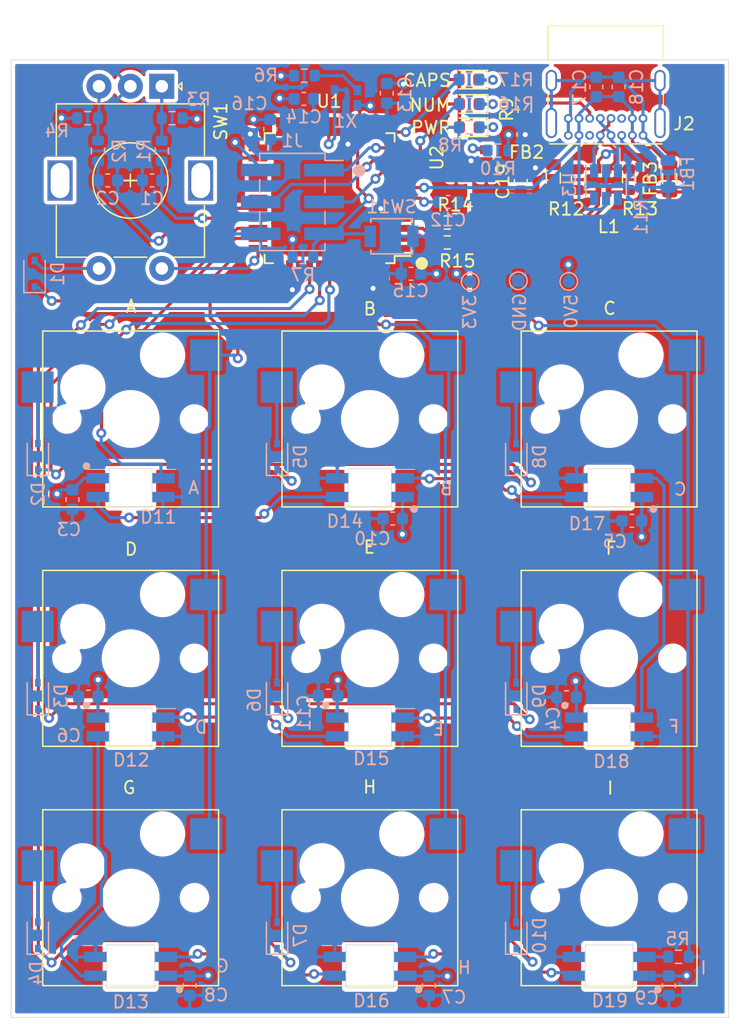
<source format=kicad_pcb>
(kicad_pcb (version 20171130) (host pcbnew "(5.1.8)-1")
  (layers (0 F.Cu signal) (31 B.Cu signal) (34 B.Paste user) (35 F.Paste user) (36 B.SilkS user) (37 F.SilkS user) (38 B.Mask user) (39 F.Mask user) (44 Edge.Cuts user))
  (net 0 "")
  (net 1 "Net-(U1-Pad27)")
  (net 2 "Net-(U1-Pad26)")
  (net 3 "Net-(U1-Pad25)")
  (net 4 "Net-(U1-Pad22)")
  (net 5 "Net-(U1-Pad21)")
  (net 6 GND)
  (net 7 ROT_ENC_A)
  (net 8 ROT_ENC_B)
  (net 9 VBUS)
  (net 10 "Net-(D1-Pad2)")
  (net 11 ROW[0])
  (net 12 ROW[1])
  (net 13 "Net-(D3-Pad2)")
  (net 14 ROW[2])
  (net 15 "Net-(D4-Pad2)")
  (net 16 "Net-(D5-Pad2)")
  (net 17 "Net-(D6-Pad2)")
  (net 18 "Net-(D7-Pad2)")
  (net 19 "Net-(D8-Pad2)")
  (net 20 "Net-(D9-Pad2)")
  (net 21 COL[0])
  (net 22 COL[1])
  (net 23 COL[2])
  (net 24 "Net-(D10-Pad2)")
  (net 25 RST)
  (net 26 MOSI)
  (net 27 SCK)
  (net 28 MISO)
  (net 29 "Net-(U1-Pad28)")
  (net 30 "Net-(U1-Pad17)")
  (net 31 "Net-(U1-Pad16)")
  (net 32 "Net-(U1-Pad20)")
  (net 33 "Net-(U1-Pad19)")
  (net 34 "Net-(U1-Pad18)")
  (net 35 +5V)
  (net 36 "Net-(D11-Pad2)")
  (net 37 +3V3)
  (net 38 "Net-(U3-Pad4)")
  (net 39 "Net-(C12-Pad1)")
  (net 40 RGB_OUT)
  (net 41 "Net-(D12-Pad4)")
  (net 42 "Net-(D12-Pad2)")
  (net 43 "Net-(D13-Pad2)")
  (net 44 "Net-(D14-Pad2)")
  (net 45 "Net-(D16-Pad2)")
  (net 46 "Net-(D19-Pad2)")
  (net 47 nNUM_LOCK)
  (net 48 nCAPS_LOCK)
  (net 49 "Net-(R1-Pad1)")
  (net 50 "Net-(R2-Pad1)")
  (net 51 "Net-(R6-Pad1)")
  (net 52 "Net-(J2-PadB5)")
  (net 53 "Net-(R10-Pad1)")
  (net 54 "Net-(J2-PadA5)")
  (net 55 "Net-(J2-PadA7)")
  (net 56 "Net-(J2-PadA6)")
  (net 57 "Net-(U2-Pad4)")
  (net 58 "Net-(U3-Pad6)")
  (net 59 "Net-(J2-PadB8)")
  (net 60 "Net-(J2-PadA8)")
  (net 61 "Net-(D15-Pad4)")
  (net 62 "Net-(D17-Pad2)")
  (net 63 "Net-(C17-Pad2)")
  (net 64 /USB/D-)
  (net 65 /USB/D+)
  (net 66 USBD_P)
  (net 67 USBD_N)
  (net 68 "Net-(U1-Pad36)")
  (net 69 "Net-(U1-Pad1)")
  (net 70 ROW[4])
  (net 71 "Net-(D20-Pad1)")
  (net 72 "Net-(D21-Pad1)")
  (net 73 "Net-(D22-Pad1)")
  (net 74 "Net-(D2-Pad2)")
  (module custom_footprint_library:SK6812-MINI-E (layer F.Cu) (at 60.325 65.786)
    (fp_text reference D11 (at 2.2098 2.3495) (layer B.SilkS))
    (fp_text value A)
    (fp_line (start -1.7 -1.5) (end 1.7 -1.5) (layer Edge.Cuts) (width 0.05))
    (fp_line (start -1.7 1.5) (end -1.7 -1.5) (layer Edge.Cuts) (width 0.05))
    (fp_line (start 1.7 1.5) (end 1.7 -1.5) (layer Edge.Cuts) (width 0.05))
    (fp_line (start -1.7 1.5) (end 1.7 1.5) (layer Edge.Cuts) (width 0.05))
    (pad 4 smd rect (at 2.6 -0.75) (size 1.8 0.82) (layers B.Cu B.Paste B.Mask) (net 40 RGB_OUT))
    (pad 3 smd rect (at 2.6 0.75) (size 1.8 0.82) (layers B.Cu B.Paste B.Mask) (net 6 GND))
    (pad 2 smd rect (at -2.6 0.75) (size 1.8 0.82) (layers B.Cu B.Paste B.Mask) (net 36 "Net-(D11-Pad2)"))
    (pad 1 smd rect (at -2.6 -0.75) (size 1.8 0.82) (layers B.Cu B.Paste B.Mask) (net 35 +5V))
  )
  (module custom_footprint_library:SK6812-MINI-E (layer F.Cu) (at 79.375 65.786 180)
    (fp_text reference D14 (at 1.9939 -2.6797) (layer B.SilkS))
    (fp_text value B)
    (fp_line (start -1.7 -1.5) (end 1.7 -1.5) (layer Edge.Cuts) (width 0.05))
    (fp_line (start -1.7 1.5) (end -1.7 -1.5) (layer Edge.Cuts) (width 0.05))
    (fp_line (start 1.7 1.5) (end 1.7 -1.5) (layer Edge.Cuts) (width 0.05))
    (fp_line (start -1.7 1.5) (end 1.7 1.5) (layer Edge.Cuts) (width 0.05))
    (pad 4 smd rect (at 2.6 -0.75 180) (size 1.8 0.82) (layers B.Cu B.Paste B.Mask) (net 36 "Net-(D11-Pad2)"))
    (pad 3 smd rect (at 2.6 0.75 180) (size 1.8 0.82) (layers B.Cu B.Paste B.Mask) (net 6 GND))
    (pad 2 smd rect (at -2.6 0.75 180) (size 1.8 0.82) (layers B.Cu B.Paste B.Mask) (net 44 "Net-(D14-Pad2)"))
    (pad 1 smd rect (at -2.6 -0.75 180) (size 1.8 0.82) (layers B.Cu B.Paste B.Mask) (net 35 +5V))
  )
  (module button_switch_smd:SW_SPST_B3U-1000P (layer B.Cu) (at 81.1022 45.7835)
    (fp_text reference SW11 (at 0 -2.3495) (layer B.SilkS) (effects (justify mirror)))
    (fp_text value SW_Push)
    (pad 2 smd rect (at 1.7 0) (size 0.9 1.7) (layers B.Cu B.Paste B.Mask) (net 6 GND))
    (pad 1 smd rect (at -1.7 0) (size 0.9 1.7) (layers B.Cu B.Paste B.Mask) (net 25 RST))
  )
  (module custom_footprint_library:TCR2EF33_SOT25 (layer F.Cu) (at 88.646 40.7924 90)
    (fp_text reference U2 (at 1.24968 -3.937 90) (layer F.SilkS))
    (fp_text value TCR2EF33)
    (pad 5 smd rect (at 0 -2.4 90) (size 0.7 1) (layers F.Cu F.Paste F.Mask) (net 37 +3V3))
    (pad 4 smd rect (at 1.9 -2.4 90) (size 0.7 1) (layers F.Cu F.Paste F.Mask) (net 57 "Net-(U2-Pad4)"))
    (pad 3 smd rect (at 1.9 0 90) (size 0.7 1) (layers F.Cu F.Paste F.Mask) (net 53 "Net-(R10-Pad1)"))
    (pad 2 smd rect (at 0.95 0 90) (size 0.7 1) (layers F.Cu F.Paste F.Mask) (net 6 GND))
    (pad 1 smd rect (at 0 0 90) (size 0.7 1) (layers F.Cu F.Paste F.Mask) (net 35 +5V))
  )
  (module Inductor_SMD:L_0805_2012Metric (layer F.Cu) (at 103.251 41.1945 90)
    (fp_text reference FB3 (at 0 -1.55 90) (layer F.SilkS))
    (fp_text value Ferrite_Bead)
    (pad 2 smd roundrect (at 1.0625 0 90) (size 0.875 1.2) (layers F.Cu F.Paste F.Mask) (net 9 VBUS))
    (pad 1 smd roundrect (at -1.0625 0 90) (size 0.875 1.2) (layers F.Cu F.Paste F.Mask) (net 35 +5V))
  )
  (module custom_footprint_library:SK6812-MINI-E_0.4 (layer F.Cu) (at 98.425 103.886 180)
    (fp_text reference D19 (at -0.0508 -2.7432) (layer B.SilkS))
    (fp_text value I)
    (fp_line (start -1.9 -1.7) (end 1.9 -1.7) (layer Edge.Cuts) (width 0.05))
    (fp_line (start -1.9 1.7) (end -1.9 -1.7) (layer Edge.Cuts) (width 0.05))
    (fp_line (start 1.9 1.7) (end 1.9 -1.7) (layer Edge.Cuts) (width 0.05))
    (fp_line (start -1.9 1.7) (end 1.9 1.7) (layer Edge.Cuts) (width 0.05))
    (pad 4 smd rect (at 2.8 -0.75 180) (size 1.8 0.82) (layers B.Cu B.Paste B.Mask) (net 45 "Net-(D16-Pad2)"))
    (pad 3 smd rect (at 2.8 0.75 180) (size 1.8 0.82) (layers B.Cu B.Paste B.Mask) (net 6 GND))
    (pad 2 smd rect (at -2.8 0.75 180) (size 1.8 0.82) (layers B.Cu B.Paste B.Mask) (net 46 "Net-(D19-Pad2)"))
    (pad 1 smd rect (at -2.8 -0.75 180) (size 1.8 0.82) (layers B.Cu B.Paste B.Mask) (net 35 +5V))
  )
  (module custom_footprint_library:SK6812-MINI-E_0.4 (layer F.Cu) (at 79.375 103.886 180)
    (fp_text reference D16 (at -0.127 -2.7432) (layer B.SilkS))
    (fp_text value H)
    (fp_line (start -1.9 -1.7) (end 1.9 -1.7) (layer Edge.Cuts) (width 0.05))
    (fp_line (start -1.9 1.7) (end -1.9 -1.7) (layer Edge.Cuts) (width 0.05))
    (fp_line (start 1.9 1.7) (end 1.9 -1.7) (layer Edge.Cuts) (width 0.05))
    (fp_line (start -1.9 1.7) (end 1.9 1.7) (layer Edge.Cuts) (width 0.05))
    (pad 4 smd rect (at 2.8 -0.75 180) (size 1.8 0.82) (layers B.Cu B.Paste B.Mask) (net 43 "Net-(D13-Pad2)"))
    (pad 3 smd rect (at 2.8 0.75 180) (size 1.8 0.82) (layers B.Cu B.Paste B.Mask) (net 6 GND))
    (pad 2 smd rect (at -2.8 0.75 180) (size 1.8 0.82) (layers B.Cu B.Paste B.Mask) (net 45 "Net-(D16-Pad2)"))
    (pad 1 smd rect (at -2.8 -0.75 180) (size 1.8 0.82) (layers B.Cu B.Paste B.Mask) (net 35 +5V))
  )
  (module custom_footprint_library:SK6812-MINI-E_0.4 (layer F.Cu) (at 60.325 103.886 180)
    (fp_text reference D13 (at -0.0127 -2.8321) (layer B.SilkS))
    (fp_text value G)
    (fp_line (start -1.9 -1.7) (end 1.9 -1.7) (layer Edge.Cuts) (width 0.05))
    (fp_line (start -1.9 1.7) (end -1.9 -1.7) (layer Edge.Cuts) (width 0.05))
    (fp_line (start 1.9 1.7) (end 1.9 -1.7) (layer Edge.Cuts) (width 0.05))
    (fp_line (start -1.9 1.7) (end 1.9 1.7) (layer Edge.Cuts) (width 0.05))
    (pad 4 smd rect (at 2.8 -0.75 180) (size 1.8 0.82) (layers B.Cu B.Paste B.Mask) (net 42 "Net-(D12-Pad2)"))
    (pad 3 smd rect (at 2.8 0.75 180) (size 1.8 0.82) (layers B.Cu B.Paste B.Mask) (net 6 GND))
    (pad 2 smd rect (at -2.8 0.75 180) (size 1.8 0.82) (layers B.Cu B.Paste B.Mask) (net 43 "Net-(D13-Pad2)"))
    (pad 1 smd rect (at -2.8 -0.75 180) (size 1.8 0.82) (layers B.Cu B.Paste B.Mask) (net 35 +5V))
  )
  (module custom_footprint_library:SK6812-MINI-E (layer F.Cu) (at 98.425 84.836)
    (fp_text reference D18 (at 0.1905 2.7432) (layer B.SilkS))
    (fp_text value F)
    (fp_line (start -1.7 -1.5) (end 1.7 -1.5) (layer Edge.Cuts) (width 0.05))
    (fp_line (start -1.7 1.5) (end -1.7 -1.5) (layer Edge.Cuts) (width 0.05))
    (fp_line (start 1.7 1.5) (end 1.7 -1.5) (layer Edge.Cuts) (width 0.05))
    (fp_line (start -1.7 1.5) (end 1.7 1.5) (layer Edge.Cuts) (width 0.05))
    (pad 4 smd rect (at 2.6 -0.75) (size 1.8 0.82) (layers B.Cu B.Paste B.Mask) (net 62 "Net-(D17-Pad2)"))
    (pad 3 smd rect (at 2.6 0.75) (size 1.8 0.82) (layers B.Cu B.Paste B.Mask) (net 6 GND))
    (pad 2 smd rect (at -2.6 0.75) (size 1.8 0.82) (layers B.Cu B.Paste B.Mask) (net 61 "Net-(D15-Pad4)"))
    (pad 1 smd rect (at -2.6 -0.75) (size 1.8 0.82) (layers B.Cu B.Paste B.Mask) (net 35 +5V))
  )
  (module custom_footprint_library:SK6812-MINI-E (layer F.Cu) (at 98.425 65.786 180)
    (fp_text reference D17 (at 1.7653 -2.8702) (layer B.SilkS))
    (fp_text value C)
    (fp_line (start -1.7 -1.5) (end 1.7 -1.5) (layer Edge.Cuts) (width 0.05))
    (fp_line (start -1.7 1.5) (end -1.7 -1.5) (layer Edge.Cuts) (width 0.05))
    (fp_line (start 1.7 1.5) (end 1.7 -1.5) (layer Edge.Cuts) (width 0.05))
    (fp_line (start -1.7 1.5) (end 1.7 1.5) (layer Edge.Cuts) (width 0.05))
    (pad 4 smd rect (at 2.6 -0.75 180) (size 1.8 0.82) (layers B.Cu B.Paste B.Mask) (net 44 "Net-(D14-Pad2)"))
    (pad 3 smd rect (at 2.6 0.75 180) (size 1.8 0.82) (layers B.Cu B.Paste B.Mask) (net 6 GND))
    (pad 2 smd rect (at -2.6 0.75 180) (size 1.8 0.82) (layers B.Cu B.Paste B.Mask) (net 62 "Net-(D17-Pad2)"))
    (pad 1 smd rect (at -2.6 -0.75 180) (size 1.8 0.82) (layers B.Cu B.Paste B.Mask) (net 35 +5V))
  )
  (module custom_footprint_library:SK6812-MINI-E (layer F.Cu) (at 79.375 84.836)
    (fp_text reference D15 (at 0.1143 2.5146) (layer B.SilkS))
    (fp_text value E)
    (fp_line (start -1.7 -1.5) (end 1.7 -1.5) (layer Edge.Cuts) (width 0.05))
    (fp_line (start -1.7 1.5) (end -1.7 -1.5) (layer Edge.Cuts) (width 0.05))
    (fp_line (start 1.7 1.5) (end 1.7 -1.5) (layer Edge.Cuts) (width 0.05))
    (fp_line (start -1.7 1.5) (end 1.7 1.5) (layer Edge.Cuts) (width 0.05))
    (pad 4 smd rect (at 2.6 -0.75) (size 1.8 0.82) (layers B.Cu B.Paste B.Mask) (net 61 "Net-(D15-Pad4)"))
    (pad 3 smd rect (at 2.6 0.75) (size 1.8 0.82) (layers B.Cu B.Paste B.Mask) (net 6 GND))
    (pad 2 smd rect (at -2.6 0.75) (size 1.8 0.82) (layers B.Cu B.Paste B.Mask) (net 41 "Net-(D12-Pad4)"))
    (pad 1 smd rect (at -2.6 -0.75) (size 1.8 0.82) (layers B.Cu B.Paste B.Mask) (net 35 +5V))
  )
  (module custom_footprint_library:SK6812-MINI-E (layer F.Cu) (at 60.325 84.836)
    (fp_text reference D12 (at 0.0508 2.6289) (layer B.SilkS))
    (fp_text value D)
    (fp_line (start -1.7 -1.5) (end 1.7 -1.5) (layer Edge.Cuts) (width 0.05))
    (fp_line (start -1.7 1.5) (end -1.7 -1.5) (layer Edge.Cuts) (width 0.05))
    (fp_line (start 1.7 1.5) (end 1.7 -1.5) (layer Edge.Cuts) (width 0.05))
    (fp_line (start -1.7 1.5) (end 1.7 1.5) (layer Edge.Cuts) (width 0.05))
    (pad 4 smd rect (at 2.6 -0.75) (size 1.8 0.82) (layers B.Cu B.Paste B.Mask) (net 41 "Net-(D12-Pad4)"))
    (pad 3 smd rect (at 2.6 0.75) (size 1.8 0.82) (layers B.Cu B.Paste B.Mask) (net 6 GND))
    (pad 2 smd rect (at -2.6 0.75) (size 1.8 0.82) (layers B.Cu B.Paste B.Mask) (net 42 "Net-(D12-Pad2)"))
    (pad 1 smd rect (at -2.6 -0.75) (size 1.8 0.82) (layers B.Cu B.Paste B.Mask) (net 35 +5V))
  )
  (module custom_footprint_library:SMM2012E (layer F.Cu) (at 97.9805 41.3385)
    (fp_text reference L1 (at 0.4191 3.6703) (layer F.SilkS))
    (fp_text value L_Core_Iron_Coupled_1423)
    (pad 4 smd rect (at -0.4 -0.925) (size 0.45 0.75) (layers F.Cu F.Paste F.Mask) (net 56 "Net-(J2-PadA6)"))
    (pad 3 smd rect (at 0.4 -0.925) (size 0.45 0.75) (layers F.Cu F.Paste F.Mask) (net 55 "Net-(J2-PadA7)"))
    (pad 2 smd rect (at 0.4 0.925) (size 0.45 0.75) (layers F.Cu F.Paste F.Mask) (net 64 /USB/D-))
    (pad 1 smd rect (at -0.4 0.925) (size 0.45 0.75) (layers F.Cu F.Paste F.Mask) (net 65 /USB/D+))
  )
  (module Connector_USB:USB_C_Receptacle_GCT_USB4085 (layer F.Cu) (at 101.12756 37.75202 180)
    (fp_text reference J2 (at -3.26644 0.92202) (layer F.SilkS))
    (fp_text value USB_C_Receptacle_USB2.0)
    (pad S1 thru_hole oval (at 7.3 4.36 180) (size 0.9 1.7) (drill oval 0.6 1.4) (layers *.Cu *.Mask) (net 63 "Net-(C17-Pad2)"))
    (pad S1 thru_hole oval (at -1.35 4.36 180) (size 0.9 1.7) (drill oval 0.6 1.4) (layers *.Cu *.Mask) (net 63 "Net-(C17-Pad2)"))
    (pad S1 thru_hole oval (at 7.3 0.98 180) (size 0.9 2.4) (drill oval 0.6 2.1) (layers *.Cu *.Mask) (net 63 "Net-(C17-Pad2)"))
    (pad S1 thru_hole oval (at -1.35 0.98 180) (size 0.9 2.4) (drill oval 0.6 2.1) (layers *.Cu *.Mask) (net 63 "Net-(C17-Pad2)"))
    (pad B6 thru_hole circle (at 3.4 1.35 180) (size 0.7 0.7) (drill 0.4) (layers *.Cu *.Mask) (net 56 "Net-(J2-PadA6)"))
    (pad B1 thru_hole circle (at 5.95 1.35 180) (size 0.7 0.7) (drill 0.4) (layers *.Cu *.Mask) (net 63 "Net-(C17-Pad2)"))
    (pad B4 thru_hole circle (at 5.1 1.35 180) (size 0.7 0.7) (drill 0.4) (layers *.Cu *.Mask) (net 9 VBUS))
    (pad B5 thru_hole circle (at 4.25 1.35 180) (size 0.7 0.7) (drill 0.4) (layers *.Cu *.Mask) (net 52 "Net-(J2-PadB5)"))
    (pad B12 thru_hole circle (at 0 1.35 180) (size 0.7 0.7) (drill 0.4) (layers *.Cu *.Mask) (net 63 "Net-(C17-Pad2)"))
    (pad B8 thru_hole circle (at 1.7 1.35 180) (size 0.7 0.7) (drill 0.4) (layers *.Cu *.Mask) (net 59 "Net-(J2-PadB8)"))
    (pad B7 thru_hole circle (at 2.55 1.35 180) (size 0.7 0.7) (drill 0.4) (layers *.Cu *.Mask) (net 55 "Net-(J2-PadA7)"))
    (pad B9 thru_hole circle (at 0.85 1.35 180) (size 0.7 0.7) (drill 0.4) (layers *.Cu *.Mask) (net 9 VBUS))
    (pad A12 thru_hole circle (at 5.95 0 180) (size 0.7 0.7) (drill 0.4) (layers *.Cu *.Mask) (net 63 "Net-(C17-Pad2)"))
    (pad A9 thru_hole circle (at 5.1 0 180) (size 0.7 0.7) (drill 0.4) (layers *.Cu *.Mask) (net 9 VBUS))
    (pad A8 thru_hole circle (at 4.25 0 180) (size 0.7 0.7) (drill 0.4) (layers *.Cu *.Mask) (net 60 "Net-(J2-PadA8)"))
    (pad A7 thru_hole circle (at 3.4 0 180) (size 0.7 0.7) (drill 0.4) (layers *.Cu *.Mask) (net 55 "Net-(J2-PadA7)"))
    (pad A6 thru_hole circle (at 2.55 0 180) (size 0.7 0.7) (drill 0.4) (layers *.Cu *.Mask) (net 56 "Net-(J2-PadA6)"))
    (pad A5 thru_hole circle (at 1.7 0 180) (size 0.7 0.7) (drill 0.4) (layers *.Cu *.Mask) (net 54 "Net-(J2-PadA5)"))
    (pad A4 thru_hole circle (at 0.85 0 180) (size 0.7 0.7) (drill 0.4) (layers *.Cu *.Mask) (net 9 VBUS))
    (pad A1 thru_hole circle (at 0 0 180) (size 0.7 0.7) (drill 0.4) (layers *.Cu *.Mask) (net 63 "Net-(C17-Pad2)"))
  )
  (module custom_footprint_library:KC2016K (layer B.Cu) (at 77.47 34.7472)
    (fp_text reference X1 (at -0.0508 1.8796 180) (layer B.SilkS) (effects (justify mirror)))
    (fp_text value KC2016K)
    (pad 1 smd rect (at 0.9 -0.6) (size 0.6 0.8) (layers B.Cu B.Paste B.Mask) (net 51 "Net-(R6-Pad1)"))
    (pad 2 smd rect (at -0.9 -0.6) (size 0.6 0.8) (layers B.Cu B.Paste B.Mask) (net 6 GND))
    (pad 3 smd rect (at -0.9 0.6) (size 0.6 0.8) (layers B.Cu B.Paste B.Mask) (net 30 "Net-(U1-Pad17)"))
    (pad 4 smd rect (at 0.9 0.6) (size 0.6 0.8) (layers B.Cu B.Paste B.Mask) (net 37 +3V3))
  )
  (module Package_TO_SOT_SMD:SOT-23-6 (layer B.Cu) (at 98.1837 41.6814 270)
    (fp_text reference U3 (at 0 2.9 90) (layer B.SilkS) (effects (justify mirror)))
    (fp_text value SRV05-4)
    (pad 5 smd rect (at 1.1 0 270) (size 1.06 0.65) (layers B.Cu B.Paste B.Mask) (net 9 VBUS))
    (pad 6 smd rect (at 1.1 0.95 270) (size 1.06 0.65) (layers B.Cu B.Paste B.Mask) (net 58 "Net-(U3-Pad6)"))
    (pad 4 smd rect (at 1.1 -0.95 270) (size 1.06 0.65) (layers B.Cu B.Paste B.Mask) (net 38 "Net-(U3-Pad4)"))
    (pad 3 smd rect (at -1.1 -0.95 270) (size 1.06 0.65) (layers B.Cu B.Paste B.Mask) (net 56 "Net-(J2-PadA6)"))
    (pad 2 smd rect (at -1.1 0 270) (size 1.06 0.65) (layers B.Cu B.Paste B.Mask) (net 6 GND))
    (pad 1 smd rect (at -1.1 0.95 270) (size 1.06 0.65) (layers B.Cu B.Paste B.Mask) (net 55 "Net-(J2-PadA7)"))
  )
  (module Package_QFP:TQFP-44_10x10mm_P0.8mm (layer F.Cu) (at 76.16698 42.75074 180)
    (fp_text reference U1 (at 0.03048 7.71144) (layer F.SilkS))
    (fp_text value ATmega32U4-AU)
    (pad 44 smd rect (at -4 -5.7 270) (size 1.5 0.55) (layers F.Cu F.Paste F.Mask) (net 37 +3V3))
    (pad 43 smd rect (at -3.2 -5.7 270) (size 1.5 0.55) (layers F.Cu F.Paste F.Mask) (net 6 GND))
    (pad 42 smd rect (at -2.4 -5.7 270) (size 1.5 0.55) (layers F.Cu F.Paste F.Mask) (net 37 +3V3))
    (pad 41 smd rect (at -1.6 -5.7 270) (size 1.5 0.55) (layers F.Cu F.Paste F.Mask) (net 23 COL[2]))
    (pad 40 smd rect (at -0.8 -5.7 270) (size 1.5 0.55) (layers F.Cu F.Paste F.Mask) (net 22 COL[1]))
    (pad 39 smd rect (at 0 -5.7 270) (size 1.5 0.55) (layers F.Cu F.Paste F.Mask) (net 11 ROW[0]))
    (pad 38 smd rect (at 0.8 -5.7 270) (size 1.5 0.55) (layers F.Cu F.Paste F.Mask) (net 12 ROW[1]))
    (pad 37 smd rect (at 1.6 -5.7 270) (size 1.5 0.55) (layers F.Cu F.Paste F.Mask) (net 14 ROW[2]))
    (pad 36 smd rect (at 2.4 -5.7 270) (size 1.5 0.55) (layers F.Cu F.Paste F.Mask) (net 68 "Net-(U1-Pad36)"))
    (pad 35 smd rect (at 3.2 -5.7 270) (size 1.5 0.55) (layers F.Cu F.Paste F.Mask) (net 6 GND))
    (pad 34 smd rect (at 4 -5.7 270) (size 1.5 0.55) (layers F.Cu F.Paste F.Mask) (net 37 +3V3))
    (pad 33 smd rect (at 5.7 -4 180) (size 1.5 0.55) (layers F.Cu F.Paste F.Mask) (net 21 COL[0]))
    (pad 32 smd rect (at 5.7 -3.2 180) (size 1.5 0.55) (layers F.Cu F.Paste F.Mask) (net 40 RGB_OUT))
    (pad 31 smd rect (at 5.7 -2.4 180) (size 1.5 0.55) (layers F.Cu F.Paste F.Mask) (net 70 ROW[4]))
    (pad 30 smd rect (at 5.7 -1.6 180) (size 1.5 0.55) (layers F.Cu F.Paste F.Mask) (net 8 ROT_ENC_B))
    (pad 29 smd rect (at 5.7 -0.8 180) (size 1.5 0.55) (layers F.Cu F.Paste F.Mask) (net 7 ROT_ENC_A))
    (pad 28 smd rect (at 5.7 0 180) (size 1.5 0.55) (layers F.Cu F.Paste F.Mask) (net 29 "Net-(U1-Pad28)"))
    (pad 27 smd rect (at 5.7 0.8 180) (size 1.5 0.55) (layers F.Cu F.Paste F.Mask) (net 1 "Net-(U1-Pad27)"))
    (pad 26 smd rect (at 5.7 1.6 180) (size 1.5 0.55) (layers F.Cu F.Paste F.Mask) (net 2 "Net-(U1-Pad26)"))
    (pad 25 smd rect (at 5.7 2.4 180) (size 1.5 0.55) (layers F.Cu F.Paste F.Mask) (net 3 "Net-(U1-Pad25)"))
    (pad 24 smd rect (at 5.7 3.2 180) (size 1.5 0.55) (layers F.Cu F.Paste F.Mask) (net 37 +3V3))
    (pad 23 smd rect (at 5.7 4 180) (size 1.5 0.55) (layers F.Cu F.Paste F.Mask) (net 6 GND))
    (pad 22 smd rect (at 4 5.7 270) (size 1.5 0.55) (layers F.Cu F.Paste F.Mask) (net 4 "Net-(U1-Pad22)"))
    (pad 21 smd rect (at 3.2 5.7 270) (size 1.5 0.55) (layers F.Cu F.Paste F.Mask) (net 5 "Net-(U1-Pad21)"))
    (pad 20 smd rect (at 2.4 5.7 270) (size 1.5 0.55) (layers F.Cu F.Paste F.Mask) (net 32 "Net-(U1-Pad20)"))
    (pad 19 smd rect (at 1.6 5.7 270) (size 1.5 0.55) (layers F.Cu F.Paste F.Mask) (net 33 "Net-(U1-Pad19)"))
    (pad 18 smd rect (at 0.8 5.7 270) (size 1.5 0.55) (layers F.Cu F.Paste F.Mask) (net 34 "Net-(U1-Pad18)"))
    (pad 17 smd rect (at 0 5.7 270) (size 1.5 0.55) (layers F.Cu F.Paste F.Mask) (net 30 "Net-(U1-Pad17)"))
    (pad 16 smd rect (at -0.8 5.7 270) (size 1.5 0.55) (layers F.Cu F.Paste F.Mask) (net 31 "Net-(U1-Pad16)"))
    (pad 15 smd rect (at -1.6 5.7 270) (size 1.5 0.55) (layers F.Cu F.Paste F.Mask) (net 6 GND))
    (pad 14 smd rect (at -2.4 5.7 270) (size 1.5 0.55) (layers F.Cu F.Paste F.Mask) (net 37 +3V3))
    (pad 13 smd rect (at -3.2 5.7 270) (size 1.5 0.55) (layers F.Cu F.Paste F.Mask) (net 25 RST))
    (pad 12 smd rect (at -4 5.7 270) (size 1.5 0.55) (layers F.Cu F.Paste F.Mask) (net 48 nCAPS_LOCK))
    (pad 11 smd rect (at -5.7 4 180) (size 1.5 0.55) (layers F.Cu F.Paste F.Mask) (net 28 MISO))
    (pad 10 smd rect (at -5.7 3.2 180) (size 1.5 0.55) (layers F.Cu F.Paste F.Mask) (net 26 MOSI))
    (pad 9 smd rect (at -5.7 2.4 180) (size 1.5 0.55) (layers F.Cu F.Paste F.Mask) (net 27 SCK))
    (pad 8 smd rect (at -5.7 1.6 180) (size 1.5 0.55) (layers F.Cu F.Paste F.Mask) (net 47 nNUM_LOCK))
    (pad 7 smd rect (at -5.7 0.8 180) (size 1.5 0.55) (layers F.Cu F.Paste F.Mask) (net 9 VBUS))
    (pad 6 smd rect (at -5.7 0 180) (size 1.5 0.55) (layers F.Cu F.Paste F.Mask) (net 39 "Net-(C12-Pad1)"))
    (pad 5 smd rect (at -5.7 -0.8 180) (size 1.5 0.55) (layers F.Cu F.Paste F.Mask) (net 6 GND))
    (pad 4 smd rect (at -5.7 -1.6 180) (size 1.5 0.55) (layers F.Cu F.Paste F.Mask) (net 66 USBD_P))
    (pad 3 smd rect (at -5.7 -2.4 180) (size 1.5 0.55) (layers F.Cu F.Paste F.Mask) (net 67 USBD_N))
    (pad 2 smd rect (at -5.7 -3.2 180) (size 1.5 0.55) (layers F.Cu F.Paste F.Mask) (net 37 +3V3))
    (pad 1 smd rect (at -5.7 -4 180) (size 1.5 0.55) (layers F.Cu F.Paste F.Mask) (net 69 "Net-(U1-Pad1)"))
  )
  (module TestPoint:TestPoint_Pad_D1.0mm (layer B.Cu) (at 95.2119 49.3776 180)
    (fp_text reference TP3 hide)
    (fp_text value TestPoint)
    (pad 1 smd circle (at 0 0 180) (size 1 1) (layers B.Cu B.Mask) (net 35 +5V))
  )
  (module TestPoint:TestPoint_Pad_D1.0mm (layer B.Cu) (at 87.3633 49.3903 180)
    (fp_text reference TP2 hide)
    (fp_text value TestPoint)
    (pad 1 smd circle (at 0 0 180) (size 1 1) (layers B.Cu B.Mask) (net 37 +3V3))
  )
  (module TestPoint:TestPoint_Pad_D1.0mm (layer B.Cu) (at 91.1987 49.3268 180)
    (fp_text reference TP1 hide)
    (fp_text value TestPoint)
    (pad 1 smd circle (at 0 0 180) (size 1 1) (layers B.Cu B.Mask) (net 6 GND))
  )
  (module CherryMX_PCB_KailhSocket:CherryMX_1.00u_PCB_KailhSocket (layer F.Cu) (at 98.425 98.425)
    (fp_text reference SW10 hide)
    (fp_text value I)
    (pad 2 smd rect (at 6.015 -5.08) (size 2.55 2.5) (layers B.Cu B.Paste B.Mask) (net 23 COL[2]))
    (pad 1 smd rect (at -7.41 -2.54) (size 2.55 2.5) (layers B.Cu B.Paste B.Mask) (net 24 "Net-(D10-Pad2)"))
    (pad "" np_thru_hole circle (at 2.54 -5.08) (size 3 3) (drill 3) (layers *.Cu *.Mask))
    (pad "" np_thru_hole circle (at -3.81 -2.54) (size 3 3) (drill 3) (layers *.Cu *.Mask))
    (pad "" np_thru_hole circle (at 5.08 0) (size 1.75 1.75) (drill 1.75) (layers *.Cu *.Mask))
    (pad "" np_thru_hole circle (at -5.08 0) (size 1.75 1.75) (drill 1.75) (layers *.Cu *.Mask))
    (pad "" np_thru_hole circle (at 0 0) (size 4 4) (drill 4) (layers *.Cu *.Mask))
  )
  (module CherryMX_PCB_KailhSocket:CherryMX_1.00u_PCB_KailhSocket (layer F.Cu) (at 98.425 79.375)
    (fp_text reference SW9 hide)
    (fp_text value F)
    (pad 2 smd rect (at 6.015 -5.08) (size 2.55 2.5) (layers B.Cu B.Paste B.Mask) (net 23 COL[2]))
    (pad 1 smd rect (at -7.41 -2.54) (size 2.55 2.5) (layers B.Cu B.Paste B.Mask) (net 20 "Net-(D9-Pad2)"))
    (pad "" np_thru_hole circle (at 2.54 -5.08) (size 3 3) (drill 3) (layers *.Cu *.Mask))
    (pad "" np_thru_hole circle (at -3.81 -2.54) (size 3 3) (drill 3) (layers *.Cu *.Mask))
    (pad "" np_thru_hole circle (at 5.08 0) (size 1.75 1.75) (drill 1.75) (layers *.Cu *.Mask))
    (pad "" np_thru_hole circle (at -5.08 0) (size 1.75 1.75) (drill 1.75) (layers *.Cu *.Mask))
    (pad "" np_thru_hole circle (at 0 0) (size 4 4) (drill 4) (layers *.Cu *.Mask))
  )
  (module CherryMX_PCB_KailhSocket:CherryMX_1.00u_PCB_KailhSocket (layer F.Cu) (at 98.425 60.325)
    (fp_text reference SW8 hide)
    (fp_text value C)
    (pad 2 smd rect (at 6.015 -5.08) (size 2.55 2.5) (layers B.Cu B.Paste B.Mask) (net 23 COL[2]))
    (pad 1 smd rect (at -7.41 -2.54) (size 2.55 2.5) (layers B.Cu B.Paste B.Mask) (net 19 "Net-(D8-Pad2)"))
    (pad "" np_thru_hole circle (at 2.54 -5.08) (size 3 3) (drill 3) (layers *.Cu *.Mask))
    (pad "" np_thru_hole circle (at -3.81 -2.54) (size 3 3) (drill 3) (layers *.Cu *.Mask))
    (pad "" np_thru_hole circle (at 5.08 0) (size 1.75 1.75) (drill 1.75) (layers *.Cu *.Mask))
    (pad "" np_thru_hole circle (at -5.08 0) (size 1.75 1.75) (drill 1.75) (layers *.Cu *.Mask))
    (pad "" np_thru_hole circle (at 0 0) (size 4 4) (drill 4) (layers *.Cu *.Mask))
  )
  (module CherryMX_PCB_KailhSocket:CherryMX_1.00u_PCB_KailhSocket (layer F.Cu) (at 79.375 98.425)
    (fp_text reference SW7 hide)
    (fp_text value H)
    (pad 2 smd rect (at 6.015 -5.08) (size 2.55 2.5) (layers B.Cu B.Paste B.Mask) (net 22 COL[1]))
    (pad 1 smd rect (at -7.41 -2.54) (size 2.55 2.5) (layers B.Cu B.Paste B.Mask) (net 18 "Net-(D7-Pad2)"))
    (pad "" np_thru_hole circle (at 2.54 -5.08) (size 3 3) (drill 3) (layers *.Cu *.Mask))
    (pad "" np_thru_hole circle (at -3.81 -2.54) (size 3 3) (drill 3) (layers *.Cu *.Mask))
    (pad "" np_thru_hole circle (at 5.08 0) (size 1.75 1.75) (drill 1.75) (layers *.Cu *.Mask))
    (pad "" np_thru_hole circle (at -5.08 0) (size 1.75 1.75) (drill 1.75) (layers *.Cu *.Mask))
    (pad "" np_thru_hole circle (at 0 0) (size 4 4) (drill 4) (layers *.Cu *.Mask))
  )
  (module CherryMX_PCB_KailhSocket:CherryMX_1.00u_PCB_KailhSocket (layer F.Cu) (at 79.375 79.375)
    (fp_text reference SW6 hide)
    (fp_text value E)
    (pad 2 smd rect (at 6.015 -5.08) (size 2.55 2.5) (layers B.Cu B.Paste B.Mask) (net 22 COL[1]))
    (pad 1 smd rect (at -7.41 -2.54) (size 2.55 2.5) (layers B.Cu B.Paste B.Mask) (net 17 "Net-(D6-Pad2)"))
    (pad "" np_thru_hole circle (at 2.54 -5.08) (size 3 3) (drill 3) (layers *.Cu *.Mask))
    (pad "" np_thru_hole circle (at -3.81 -2.54) (size 3 3) (drill 3) (layers *.Cu *.Mask))
    (pad "" np_thru_hole circle (at 5.08 0) (size 1.75 1.75) (drill 1.75) (layers *.Cu *.Mask))
    (pad "" np_thru_hole circle (at -5.08 0) (size 1.75 1.75) (drill 1.75) (layers *.Cu *.Mask))
    (pad "" np_thru_hole circle (at 0 0) (size 4 4) (drill 4) (layers *.Cu *.Mask))
  )
  (module CherryMX_PCB_KailhSocket:CherryMX_1.00u_PCB_KailhSocket (layer F.Cu) (at 79.375 60.325)
    (fp_text reference SW5 hide)
    (fp_text value B)
    (pad 2 smd rect (at 6.015 -5.08) (size 2.55 2.5) (layers B.Cu B.Paste B.Mask) (net 22 COL[1]))
    (pad 1 smd rect (at -7.41 -2.54) (size 2.55 2.5) (layers B.Cu B.Paste B.Mask) (net 16 "Net-(D5-Pad2)"))
    (pad "" np_thru_hole circle (at 2.54 -5.08) (size 3 3) (drill 3) (layers *.Cu *.Mask))
    (pad "" np_thru_hole circle (at -3.81 -2.54) (size 3 3) (drill 3) (layers *.Cu *.Mask))
    (pad "" np_thru_hole circle (at 5.08 0) (size 1.75 1.75) (drill 1.75) (layers *.Cu *.Mask))
    (pad "" np_thru_hole circle (at -5.08 0) (size 1.75 1.75) (drill 1.75) (layers *.Cu *.Mask))
    (pad "" np_thru_hole circle (at 0 0) (size 4 4) (drill 4) (layers *.Cu *.Mask))
  )
  (module CherryMX_PCB_KailhSocket:CherryMX_1.00u_PCB_KailhSocket (layer F.Cu) (at 60.325 98.425)
    (fp_text reference SW4 hide)
    (fp_text value G)
    (pad 2 smd rect (at 6.015 -5.08) (size 2.55 2.5) (layers B.Cu B.Paste B.Mask) (net 21 COL[0]))
    (pad 1 smd rect (at -7.41 -2.54) (size 2.55 2.5) (layers B.Cu B.Paste B.Mask) (net 15 "Net-(D4-Pad2)"))
    (pad "" np_thru_hole circle (at 2.54 -5.08) (size 3 3) (drill 3) (layers *.Cu *.Mask))
    (pad "" np_thru_hole circle (at -3.81 -2.54) (size 3 3) (drill 3) (layers *.Cu *.Mask))
    (pad "" np_thru_hole circle (at 5.08 0) (size 1.75 1.75) (drill 1.75) (layers *.Cu *.Mask))
    (pad "" np_thru_hole circle (at -5.08 0) (size 1.75 1.75) (drill 1.75) (layers *.Cu *.Mask))
    (pad "" np_thru_hole circle (at 0 0) (size 4 4) (drill 4) (layers *.Cu *.Mask))
  )
  (module CherryMX_PCB_KailhSocket:CherryMX_1.00u_PCB_KailhSocket (layer F.Cu) (at 60.325 79.375)
    (fp_text reference SW3 hide)
    (fp_text value D)
    (pad 2 smd rect (at 6.015 -5.08) (size 2.55 2.5) (layers B.Cu B.Paste B.Mask) (net 21 COL[0]))
    (pad 1 smd rect (at -7.41 -2.54) (size 2.55 2.5) (layers B.Cu B.Paste B.Mask) (net 13 "Net-(D3-Pad2)"))
    (pad "" np_thru_hole circle (at 2.54 -5.08) (size 3 3) (drill 3) (layers *.Cu *.Mask))
    (pad "" np_thru_hole circle (at -3.81 -2.54) (size 3 3) (drill 3) (layers *.Cu *.Mask))
    (pad "" np_thru_hole circle (at 5.08 0) (size 1.75 1.75) (drill 1.75) (layers *.Cu *.Mask))
    (pad "" np_thru_hole circle (at -5.08 0) (size 1.75 1.75) (drill 1.75) (layers *.Cu *.Mask))
    (pad "" np_thru_hole circle (at 0 0) (size 4 4) (drill 4) (layers *.Cu *.Mask))
  )
  (module CherryMX_PCB_KailhSocket:CherryMX_1.00u_PCB_KailhSocket (layer F.Cu) (at 60.325 60.325)
    (fp_text reference SW2 hide)
    (fp_text value A)
    (pad 2 smd rect (at 6.015 -5.08) (size 2.55 2.5) (layers B.Cu B.Paste B.Mask) (net 21 COL[0]))
    (pad 1 smd rect (at -7.41 -2.54) (size 2.55 2.5) (layers B.Cu B.Paste B.Mask) (net 74 "Net-(D2-Pad2)"))
    (pad "" np_thru_hole circle (at 2.54 -5.08) (size 3 3) (drill 3) (layers *.Cu *.Mask))
    (pad "" np_thru_hole circle (at -3.81 -2.54) (size 3 3) (drill 3) (layers *.Cu *.Mask))
    (pad "" np_thru_hole circle (at 5.08 0) (size 1.75 1.75) (drill 1.75) (layers *.Cu *.Mask))
    (pad "" np_thru_hole circle (at -5.08 0) (size 1.75 1.75) (drill 1.75) (layers *.Cu *.Mask))
    (pad "" np_thru_hole circle (at 0 0) (size 4 4) (drill 4) (layers *.Cu *.Mask))
  )
  (module Rotary_Encoder:RotaryEncoder_Alps_EC11E-Switch_Vertical_H20mm (layer F.Cu) (at 62.8015 33.8455 270)
    (fp_text reference SW1 (at 2.8 -4.7 90) (layer F.SilkS))
    (fp_text value Rotary_Encoder_Switch)
    (pad A thru_hole rect (at 0 0 270) (size 2 2) (drill 1) (layers *.Cu *.Mask) (net 49 "Net-(R1-Pad1)"))
    (pad C thru_hole circle (at 0 2.5 270) (size 2 2) (drill 1) (layers *.Cu *.Mask) (net 6 GND))
    (pad B thru_hole circle (at 0 5 270) (size 2 2) (drill 1) (layers *.Cu *.Mask) (net 50 "Net-(R2-Pad1)"))
    (pad MP thru_hole rect (at 7.5 -3.1 270) (size 3.2 2) (drill oval 2.8 1.5) (layers *.Cu *.Mask))
    (pad MP thru_hole rect (at 7.5 8.1 270) (size 3.2 2) (drill oval 2.8 1.5) (layers *.Cu *.Mask))
    (pad S2 thru_hole circle (at 14.5 0 270) (size 2 2) (drill 1) (layers *.Cu *.Mask) (net 21 COL[0]))
    (pad S1 thru_hole circle (at 14.5 5 270) (size 2 2) (drill 1) (layers *.Cu *.Mask) (net 10 "Net-(D1-Pad2)"))
  )
  (module resistor_smd:R_0603_1608Metric (layer B.Cu) (at 87.2744 33.3121)
    (fp_text reference R17 (at 3.7084 0.0254) (layer B.SilkS) (effects (justify mirror)))
    (fp_text value 330R)
    (pad 2 smd roundrect (at 0.825 0) (size 0.8 0.95) (layers B.Cu B.Paste B.Mask) (net 73 "Net-(D22-Pad1)"))
    (pad 1 smd roundrect (at -0.825 0) (size 0.8 0.95) (layers B.Cu B.Paste B.Mask) (net 48 nCAPS_LOCK))
  )
  (module resistor_smd:R_0603_1608Metric (layer B.Cu) (at 87.29268 35.26282)
    (fp_text reference R16 (at 3.72822 -0.00762) (layer B.SilkS) (effects (justify mirror)))
    (fp_text value 330R)
    (pad 2 smd roundrect (at 0.825 0) (size 0.8 0.95) (layers B.Cu B.Paste B.Mask) (net 72 "Net-(D21-Pad1)"))
    (pad 1 smd roundrect (at -0.825 0) (size 0.8 0.95) (layers B.Cu B.Paste B.Mask) (net 47 nNUM_LOCK))
  )
  (module resistor_smd:R_0603_1608Metric (layer F.Cu) (at 85.53908 46.27626)
    (fp_text reference R15 (at 0.79552 1.47574) (layer F.SilkS))
    (fp_text value 22R)
    (pad 2 smd roundrect (at 0.825 0) (size 0.8 0.95) (layers F.Cu F.Paste F.Mask) (net 64 /USB/D-))
    (pad 1 smd roundrect (at -0.825 0) (size 0.8 0.95) (layers F.Cu F.Paste F.Mask) (net 67 USBD_N))
  )
  (module resistor_smd:R_0603_1608Metric (layer F.Cu) (at 85.53908 44.68876)
    (fp_text reference R14 (at 0.65582 -1.40716) (layer F.SilkS))
    (fp_text value 22R)
    (pad 2 smd roundrect (at 0.825 0) (size 0.8 0.95) (layers F.Cu F.Paste F.Mask) (net 65 /USB/D+))
    (pad 1 smd roundrect (at -0.825 0) (size 0.8 0.95) (layers F.Cu F.Paste F.Mask) (net 66 USBD_P))
  )
  (module resistor_smd:R_0603_1608Metric (layer F.Cu) (at 100.0125 41.2745 90)
    (fp_text reference R13 (at -2.3246 0.8763 180) (layer F.SilkS))
    (fp_text value OPT)
    (pad 2 smd roundrect (at 0.825 0 90) (size 0.8 0.95) (layers F.Cu F.Paste F.Mask) (net 55 "Net-(J2-PadA7)"))
    (pad 1 smd roundrect (at -0.825 0 90) (size 0.8 0.95) (layers F.Cu F.Paste F.Mask) (net 64 /USB/D-))
  )
  (module resistor_smd:R_0603_1608Metric (layer F.Cu) (at 95.9485 41.2745 90)
    (fp_text reference R12 (at -2.3373 -0.9398 180) (layer F.SilkS))
    (fp_text value OPT)
    (pad 2 smd roundrect (at 0.825 0 90) (size 0.8 0.95) (layers F.Cu F.Paste F.Mask) (net 56 "Net-(J2-PadA6)"))
    (pad 1 smd roundrect (at -0.825 0 90) (size 0.8 0.95) (layers F.Cu F.Paste F.Mask) (net 65 /USB/D+))
  )
  (module resistor_smd:R_0603_1608Metric (layer B.Cu) (at 100.965 41.085 90)
    (fp_text reference R11 (at -3.1618 0 270) (layer B.SilkS) (effects (justify mirror)))
    (fp_text value 5K1)
    (pad 2 smd roundrect (at 0.825 0 90) (size 0.8 0.95) (layers B.Cu B.Paste B.Mask) (net 54 "Net-(J2-PadA5)"))
    (pad 1 smd roundrect (at -0.825 0 90) (size 0.8 0.95) (layers B.Cu B.Paste B.Mask) (net 6 GND))
  )
  (module resistor_smd:R_0603_1608Metric (layer B.Cu) (at 89.5726 38.9636)
    (fp_text reference R10 (at 0 1.43) (layer B.SilkS) (effects (justify mirror)))
    (fp_text value 1K)
    (pad 2 smd roundrect (at 0.825 0) (size 0.8 0.95) (layers B.Cu B.Paste B.Mask) (net 35 +5V))
    (pad 1 smd roundrect (at -0.825 0) (size 0.8 0.95) (layers B.Cu B.Paste B.Mask) (net 53 "Net-(R10-Pad1)"))
  )
  (module resistor_smd:R_0603_1608Metric (layer F.Cu) (at 91.694 35.687 90)
    (fp_text reference R9 (at 0 -1.43 90) (layer F.SilkS))
    (fp_text value 5K1)
    (pad 2 smd roundrect (at 0.825 0 90) (size 0.8 0.95) (layers F.Cu F.Paste F.Mask) (net 52 "Net-(J2-PadB5)"))
    (pad 1 smd roundrect (at -0.825 0 90) (size 0.8 0.95) (layers F.Cu F.Paste F.Mask) (net 6 GND))
  )
  (module resistor_smd:R_0603_1608Metric (layer B.Cu) (at 87.29268 37.10432)
    (fp_text reference R8 (at -1.52958 1.42748) (layer B.SilkS) (effects (justify mirror)))
    (fp_text value 330R)
    (pad 2 smd roundrect (at 0.825 0) (size 0.8 0.95) (layers B.Cu B.Paste B.Mask) (net 71 "Net-(D20-Pad1)"))
    (pad 1 smd roundrect (at -0.825 0) (size 0.8 0.95) (layers B.Cu B.Paste B.Mask) (net 6 GND))
  )
  (module resistor_smd:R_0603_1608Metric (layer B.Cu) (at 74.0415 47.4345)
    (fp_text reference R7 (at 0 1.43) (layer B.SilkS) (effects (justify mirror)))
    (fp_text value 1K)
    (pad 2 smd roundrect (at 0.825 0) (size 0.8 0.95) (layers B.Cu B.Paste B.Mask) (net 25 RST))
    (pad 1 smd roundrect (at -0.825 0) (size 0.8 0.95) (layers B.Cu B.Paste B.Mask) (net 37 +3V3))
  )
  (module resistor_smd:R_0603_1608Metric (layer B.Cu) (at 74.15276 33.00222 180)
    (fp_text reference R6 (at 3.07086 0.03302) (layer B.SilkS) (effects (justify mirror)))
    (fp_text value 1K)
    (pad 2 smd roundrect (at 0.825 0 180) (size 0.8 0.95) (layers B.Cu B.Paste B.Mask) (net 37 +3V3))
    (pad 1 smd roundrect (at -0.825 0 180) (size 0.8 0.95) (layers B.Cu B.Paste B.Mask) (net 51 "Net-(R6-Pad1)"))
  )
  (module resistor_smd:R_0603_1608Metric (layer B.Cu) (at 103.95 103.124)
    (fp_text reference R5 (at -0.064 -1.4224) (layer B.SilkS) (effects (justify mirror)))
    (fp_text value Rt)
    (pad 2 smd roundrect (at 0.825 0) (size 0.8 0.95) (layers B.Cu B.Paste B.Mask) (net 6 GND))
    (pad 1 smd roundrect (at -0.825 0) (size 0.8 0.95) (layers B.Cu B.Paste B.Mask) (net 46 "Net-(D19-Pad2)"))
  )
  (module resistor_smd:R_0603_1608Metric (layer B.Cu) (at 56.8965 36.3855)
    (fp_text reference R4 (at -2.4516 1.0033 180) (layer B.SilkS) (effects (justify mirror)))
    (fp_text value 1K)
    (pad 2 smd roundrect (at 0.825 0) (size 0.8 0.95) (layers B.Cu B.Paste B.Mask) (net 50 "Net-(R2-Pad1)"))
    (pad 1 smd roundrect (at -0.825 0) (size 0.8 0.95) (layers B.Cu B.Paste B.Mask) (net 37 +3V3))
  )
  (module resistor_smd:R_0603_1608Metric (layer B.Cu) (at 63.6265 36.3855 180)
    (fp_text reference R3 (at -2.1087 1.4986) (layer B.SilkS) (effects (justify mirror)))
    (fp_text value 1K)
    (pad 2 smd roundrect (at 0.825 0 180) (size 0.8 0.95) (layers B.Cu B.Paste B.Mask) (net 49 "Net-(R1-Pad1)"))
    (pad 1 smd roundrect (at -0.825 0 180) (size 0.8 0.95) (layers B.Cu B.Paste B.Mask) (net 37 +3V3))
  )
  (module resistor_smd:R_0603_1608Metric (layer B.Cu) (at 57.7215 38.9885 270)
    (fp_text reference R2 (at 0 -1.6891 90) (layer B.SilkS) (effects (justify mirror)))
    (fp_text value 10K)
    (pad 2 smd roundrect (at 0.825 0 270) (size 0.8 0.95) (layers B.Cu B.Paste B.Mask) (net 8 ROT_ENC_B))
    (pad 1 smd roundrect (at -0.825 0 270) (size 0.8 0.95) (layers B.Cu B.Paste B.Mask) (net 50 "Net-(R2-Pad1)"))
  )
  (module resistor_smd:R_0603_1608Metric (layer B.Cu) (at 62.8015 38.9885 270)
    (fp_text reference R1 (at 0 1.43 90) (layer B.SilkS) (effects (justify mirror)))
    (fp_text value 10K)
    (pad 2 smd roundrect (at 0.825 0 270) (size 0.8 0.95) (layers B.Cu B.Paste B.Mask) (net 7 ROT_ENC_A))
    (pad 1 smd roundrect (at -0.825 0 270) (size 0.8 0.95) (layers B.Cu B.Paste B.Mask) (net 49 "Net-(R1-Pad1)"))
  )
  (module Connector_PinHeader_2.54mm:PinHeader_2x03_P2.54mm_Vertical_SMD (layer B.Cu) (at 73.2005 43.053 180)
    (fp_text reference J1 (at 0 4.87) (layer B.SilkS) (effects (justify mirror)))
    (fp_text value Conn_02x03_Odd_Even)
    (pad 6 smd rect (at 2.525 -2.54 180) (size 3.15 1) (layers B.Cu B.Paste B.Mask) (net 6 GND))
    (pad 5 smd rect (at -2.525 -2.54 180) (size 3.15 1) (layers B.Cu B.Paste B.Mask) (net 25 RST))
    (pad 4 smd rect (at 2.525 0 180) (size 3.15 1) (layers B.Cu B.Paste B.Mask) (net 26 MOSI))
    (pad 3 smd rect (at -2.525 0 180) (size 3.15 1) (layers B.Cu B.Paste B.Mask) (net 27 SCK))
    (pad 2 smd rect (at 2.525 2.54 180) (size 3.15 1) (layers B.Cu B.Paste B.Mask) (net 37 +3V3))
    (pad 1 smd rect (at -2.525 2.54 180) (size 3.15 1) (layers B.Cu B.Paste B.Mask) (net 28 MISO))
  )
  (module Inductor_SMD:L_0805_2012Metric (layer F.Cu) (at 93.98 41.148 90)
    (fp_text reference FB2 (at 2.0574 -2.1209 180) (layer F.SilkS))
    (fp_text value Ferrite_Bead)
    (pad 2 smd roundrect (at 1.0625 0 90) (size 0.875 1.2) (layers F.Cu F.Paste F.Mask) (net 9 VBUS))
    (pad 1 smd roundrect (at -1.0625 0 90) (size 0.875 1.2) (layers F.Cu F.Paste F.Mask) (net 35 +5V))
  )
  (module Inductor_SMD:L_0805_2012Metric (layer B.Cu) (at 103.124 40.8135 90)
    (fp_text reference FB1 (at 0 1.55 270) (layer B.SilkS) (effects (justify mirror)))
    (fp_text value Ferrite_Bead)
    (pad 2 smd roundrect (at 1.0625 0 90) (size 0.875 1.2) (layers B.Cu B.Paste B.Mask) (net 63 "Net-(C17-Pad2)"))
    (pad 1 smd roundrect (at -1.0625 0 90) (size 0.875 1.2) (layers B.Cu B.Paste B.Mask) (net 6 GND))
  )
  (module Diode_SMD:D_0603_1608Metric (layer F.Cu) (at 87.2618 33.3121 180)
    (fp_text reference D22 hide)
    (fp_text value LED)
    (pad 2 smd roundrect (at 0.7875 0 180) (size 0.875 0.95) (layers F.Cu F.Paste F.Mask) (net 37 +3V3))
    (pad 1 smd roundrect (at -0.7875 0 180) (size 0.875 0.95) (layers F.Cu F.Paste F.Mask) (net 73 "Net-(D22-Pad1)"))
  )
  (module Diode_SMD:D_0603_1608Metric (layer F.Cu) (at 87.2872 35.2552 180)
    (fp_text reference D21 hide)
    (fp_text value LED)
    (pad 2 smd roundrect (at 0.7875 0 180) (size 0.875 0.95) (layers F.Cu F.Paste F.Mask) (net 37 +3V3))
    (pad 1 smd roundrect (at -0.7875 0 180) (size 0.875 0.95) (layers F.Cu F.Paste F.Mask) (net 72 "Net-(D21-Pad1)"))
  )
  (module Diode_SMD:D_0603_1608Metric (layer F.Cu) (at 87.2872 37.1094 180)
    (fp_text reference D20 hide)
    (fp_text value LED)
    (pad 2 smd roundrect (at 0.7875 0 180) (size 0.875 0.95) (layers F.Cu F.Paste F.Mask) (net 37 +3V3))
    (pad 1 smd roundrect (at -0.7875 0 180) (size 0.875 0.95) (layers F.Cu F.Paste F.Mask) (net 71 "Net-(D20-Pad1)"))
  )
  (module Diode_SMD:D_SOD-323 (layer B.Cu) (at 91.0336 101.4222 90)
    (fp_text reference D10 (at 0 1.85 90) (layer B.SilkS) (effects (justify mirror)))
    (fp_text value I)
    (pad 2 smd rect (at 1.05 0 90) (size 0.6 0.45) (layers B.Cu B.Paste B.Mask) (net 24 "Net-(D10-Pad2)"))
    (pad 1 smd rect (at -1.05 0 90) (size 0.6 0.45) (layers B.Cu B.Paste B.Mask) (net 14 ROW[2]))
  )
  (module Diode_SMD:D_SOD-323 (layer B.Cu) (at 91.0336 82.3722 90)
    (fp_text reference D9 (at 0 1.85 90) (layer B.SilkS) (effects (justify mirror)))
    (fp_text value F)
    (pad 2 smd rect (at 1.05 0 90) (size 0.6 0.45) (layers B.Cu B.Paste B.Mask) (net 20 "Net-(D9-Pad2)"))
    (pad 1 smd rect (at -1.05 0 90) (size 0.6 0.45) (layers B.Cu B.Paste B.Mask) (net 12 ROW[1]))
  )
  (module Diode_SMD:D_SOD-323 (layer B.Cu) (at 91.0336 63.3222 90)
    (fp_text reference D8 (at 0 1.85 90) (layer B.SilkS) (effects (justify mirror)))
    (fp_text value C)
    (pad 2 smd rect (at 1.05 0 90) (size 0.6 0.45) (layers B.Cu B.Paste B.Mask) (net 19 "Net-(D8-Pad2)"))
    (pad 1 smd rect (at -1.05 0 90) (size 0.6 0.45) (layers B.Cu B.Paste B.Mask) (net 11 ROW[0]))
  )
  (module Diode_SMD:D_SOD-323 (layer B.Cu) (at 71.9836 101.4222 90)
    (fp_text reference D7 (at 0 1.85 90) (layer B.SilkS) (effects (justify mirror)))
    (fp_text value H)
    (pad 2 smd rect (at 1.05 0 90) (size 0.6 0.45) (layers B.Cu B.Paste B.Mask) (net 18 "Net-(D7-Pad2)"))
    (pad 1 smd rect (at -1.05 0 90) (size 0.6 0.45) (layers B.Cu B.Paste B.Mask) (net 14 ROW[2]))
  )
  (module Diode_SMD:D_SOD-323 (layer B.Cu) (at 71.9836 82.3722 90)
    (fp_text reference D6 (at -0.3175 -1.8161 90) (layer B.SilkS) (effects (justify mirror)))
    (fp_text value E)
    (pad 2 smd rect (at 1.05 0 90) (size 0.6 0.45) (layers B.Cu B.Paste B.Mask) (net 17 "Net-(D6-Pad2)"))
    (pad 1 smd rect (at -1.05 0 90) (size 0.6 0.45) (layers B.Cu B.Paste B.Mask) (net 12 ROW[1]))
  )
  (module Diode_SMD:D_SOD-323 (layer B.Cu) (at 71.9836 63.3222 90)
    (fp_text reference D5 (at 0 1.85 90) (layer B.SilkS) (effects (justify mirror)))
    (fp_text value B)
    (pad 2 smd rect (at 1.05 0 90) (size 0.6 0.45) (layers B.Cu B.Paste B.Mask) (net 16 "Net-(D5-Pad2)"))
    (pad 1 smd rect (at -1.05 0 90) (size 0.6 0.45) (layers B.Cu B.Paste B.Mask) (net 11 ROW[0]))
  )
  (module Diode_SMD:D_SOD-323 (layer B.Cu) (at 52.9336 101.4222 90)
    (fp_text reference D4 (at -3.0099 -0.1016 90) (layer B.SilkS) (effects (justify mirror)))
    (fp_text value G)
    (pad 2 smd rect (at 1.05 0 90) (size 0.6 0.45) (layers B.Cu B.Paste B.Mask) (net 15 "Net-(D4-Pad2)"))
    (pad 1 smd rect (at -1.05 0 90) (size 0.6 0.45) (layers B.Cu B.Paste B.Mask) (net 14 ROW[2]))
  )
  (module Diode_SMD:D_SOD-323 (layer B.Cu) (at 52.9336 82.3722 90)
    (fp_text reference D3 (at 0 1.85 90) (layer B.SilkS) (effects (justify mirror)))
    (fp_text value D)
    (pad 2 smd rect (at 1.05 0 90) (size 0.6 0.45) (layers B.Cu B.Paste B.Mask) (net 13 "Net-(D3-Pad2)"))
    (pad 1 smd rect (at -1.05 0 90) (size 0.6 0.45) (layers B.Cu B.Paste B.Mask) (net 12 ROW[1]))
  )
  (module Diode_SMD:D_SOD-323 (layer B.Cu) (at 52.9336 63.3222 90)
    (fp_text reference D2 (at -2.9845 0.0254 90) (layer B.SilkS) (effects (justify mirror)))
    (fp_text value A)
    (pad 2 smd rect (at 1.05 0 90) (size 0.6 0.45) (layers B.Cu B.Paste B.Mask) (net 74 "Net-(D2-Pad2)"))
    (pad 1 smd rect (at -1.05 0 90) (size 0.6 0.45) (layers B.Cu B.Paste B.Mask) (net 11 ROW[0]))
  )
  (module Diode_SMD:D_SOD-323 (layer B.Cu) (at 52.6669 48.768 90)
    (fp_text reference D1 (at 0 1.85 90) (layer B.SilkS) (effects (justify mirror)))
    (fp_text value SWITCH)
    (pad 2 smd rect (at 1.05 0 90) (size 0.6 0.45) (layers B.Cu B.Paste B.Mask) (net 10 "Net-(D1-Pad2)"))
    (pad 1 smd rect (at -1.05 0 90) (size 0.6 0.45) (layers B.Cu B.Paste B.Mask) (net 70 ROW[4]))
  )
  (module Capacitor_smd:C_0603_1608Metric (layer F.Cu) (at 91.3892 41.415 90)
    (fp_text reference C19 (at 0 -1.43 270) (layer F.SilkS))
    (fp_text value 100nF)
    (pad 2 smd roundrect (at 0.775 0 90) (size 0.9 0.95) (layers F.Cu F.Paste F.Mask) (net 6 GND))
    (pad 1 smd roundrect (at -0.775 0 90) (size 0.9 0.95) (layers F.Cu F.Paste F.Mask) (net 35 +5V))
  )
  (module Capacitor_smd:C_0603_1608Metric (layer B.Cu) (at 99.187 33.896 90)
    (fp_text reference C18 (at 0 1.43 -90) (layer B.SilkS) (effects (justify mirror)))
    (fp_text value 1uF)
    (pad 2 smd roundrect (at 0.775 0 90) (size 0.9 0.95) (layers B.Cu B.Paste B.Mask) (net 63 "Net-(C17-Pad2)"))
    (pad 1 smd roundrect (at -0.775 0 90) (size 0.9 0.95) (layers B.Cu B.Paste B.Mask) (net 9 VBUS))
  )
  (module Capacitor_smd:C_0603_1608Metric (layer B.Cu) (at 97.409 33.896 90)
    (fp_text reference C17 (at -0.013 -1.3335 -90) (layer B.SilkS) (effects (justify mirror)))
    (fp_text value 10uF)
    (pad 2 smd roundrect (at 0.775 0 90) (size 0.9 0.95) (layers B.Cu B.Paste B.Mask) (net 63 "Net-(C17-Pad2)"))
    (pad 1 smd roundrect (at -0.775 0 90) (size 0.9 0.95) (layers B.Cu B.Paste B.Mask) (net 9 VBUS))
  )
  (module Capacitor_smd:C_0603_1608Metric (layer B.Cu) (at 71.4375 37.2745 270)
    (fp_text reference C16 (at -2.0574 1.651) (layer B.SilkS) (effects (justify mirror)))
    (fp_text value 1uF)
    (pad 2 smd roundrect (at 0.775 0 270) (size 0.9 0.95) (layers B.Cu B.Paste B.Mask) (net 6 GND))
    (pad 1 smd roundrect (at -0.775 0 270) (size 0.9 0.95) (layers B.Cu B.Paste B.Mask) (net 37 +3V3))
  )
  (module Capacitor_smd:C_0603_1608Metric (layer B.Cu) (at 82.6513 48.768 180)
    (fp_text reference C15 (at 0.0251 -1.3462) (layer B.SilkS) (effects (justify mirror)))
    (fp_text value 100nF)
    (pad 2 smd roundrect (at 0.775 0 180) (size 0.9 0.95) (layers B.Cu B.Paste B.Mask) (net 6 GND))
    (pad 1 smd roundrect (at -0.775 0 180) (size 0.9 0.95) (layers B.Cu B.Paste B.Mask) (net 37 +3V3))
  )
  (module Capacitor_smd:C_0603_1608Metric (layer B.Cu) (at 74.1172 34.8488)
    (fp_text reference C14 (at 0 1.43) (layer B.SilkS) (effects (justify mirror)))
    (fp_text value 100nF)
    (pad 2 smd roundrect (at 0.775 0) (size 0.9 0.95) (layers B.Cu B.Paste B.Mask) (net 6 GND))
    (pad 1 smd roundrect (at -0.775 0) (size 0.9 0.95) (layers B.Cu B.Paste B.Mask) (net 37 +3V3))
  )
  (module Capacitor_smd:C_0603_1608Metric (layer B.Cu) (at 80.7212 34.4046 270)
    (fp_text reference C13 (at 0.0759 -1.4478 90) (layer B.SilkS) (effects (justify mirror)))
    (fp_text value 100nF)
    (pad 2 smd roundrect (at 0.775 0 270) (size 0.9 0.95) (layers B.Cu B.Paste B.Mask) (net 6 GND))
    (pad 1 smd roundrect (at -0.775 0 270) (size 0.9 0.95) (layers B.Cu B.Paste B.Mask) (net 37 +3V3))
  )
  (module Capacitor_smd:C_0603_1608Metric (layer B.Cu) (at 85.611 43.053)
    (fp_text reference C12 (at 0 1.43) (layer B.SilkS) (effects (justify mirror)))
    (fp_text value 1uF)
    (pad 2 smd roundrect (at 0.775 0) (size 0.9 0.95) (layers B.Cu B.Paste B.Mask) (net 6 GND))
    (pad 1 smd roundrect (at -0.775 0) (size 0.9 0.95) (layers B.Cu B.Paste B.Mask) (net 39 "Net-(C12-Pad1)"))
  )
  (module Capacitor_smd:C_0603_1608Metric (layer B.Cu) (at 76.06 82.3468 180)
    (fp_text reference C11 (at 1.9301 -1.3716 90) (layer B.SilkS) (effects (justify mirror)))
    (fp_text value 100nF)
    (pad 2 smd roundrect (at 0.775 0 180) (size 0.9 0.95) (layers B.Cu B.Paste B.Mask) (net 6 GND))
    (pad 1 smd roundrect (at -0.775 0 180) (size 0.9 0.95) (layers B.Cu B.Paste B.Mask) (net 35 +5V))
  )
  (module Capacitor_smd:C_0603_1608Metric (layer B.Cu) (at 81.1908 68.2498 180)
    (fp_text reference C10 (at 1.6126 -1.6002) (layer B.SilkS) (effects (justify mirror)))
    (fp_text value 100nF)
    (pad 2 smd roundrect (at 0.775 0 180) (size 0.9 0.95) (layers B.Cu B.Paste B.Mask) (net 6 GND))
    (pad 1 smd roundrect (at -0.775 0 180) (size 0.9 0.95) (layers B.Cu B.Paste B.Mask) (net 35 +5V))
  )
  (module Capacitor_smd:C_0603_1608Metric (layer B.Cu) (at 103.1875 105.423 270)
    (fp_text reference C9 (at 0.9903 1.7653 180) (layer B.SilkS) (effects (justify mirror)))
    (fp_text value 100nF)
    (pad 2 smd roundrect (at 0.775 0 270) (size 0.9 0.95) (layers B.Cu B.Paste B.Mask) (net 6 GND))
    (pad 1 smd roundrect (at -0.775 0 270) (size 0.9 0.95) (layers B.Cu B.Paste B.Mask) (net 35 +5V))
  )
  (module Capacitor_smd:C_0603_1608Metric (layer B.Cu) (at 65.024 105.423 270)
    (fp_text reference C8 (at 0.749 -2.1082 180) (layer B.SilkS) (effects (justify mirror)))
    (fp_text value 100nF)
    (pad 2 smd roundrect (at 0.775 0 270) (size 0.9 0.95) (layers B.Cu B.Paste B.Mask) (net 6 GND))
    (pad 1 smd roundrect (at -0.775 0 270) (size 0.9 0.95) (layers B.Cu B.Paste B.Mask) (net 35 +5V))
  )
  (module Capacitor_smd:C_0603_1608Metric (layer B.Cu) (at 84.074 105.423 270)
    (fp_text reference C7 (at 0.9141 -2.0066 180) (layer B.SilkS) (effects (justify mirror)))
    (fp_text value 100nF)
    (pad 2 smd roundrect (at 0.775 0 270) (size 0.9 0.95) (layers B.Cu B.Paste B.Mask) (net 6 GND))
    (pad 1 smd roundrect (at -0.775 0 270) (size 0.9 0.95) (layers B.Cu B.Paste B.Mask) (net 35 +5V))
  )
  (module Capacitor_smd:C_0603_1608Metric (layer B.Cu) (at 56.9592 82.423 180)
    (fp_text reference C6 (at 1.5618 -3.0988) (layer B.SilkS) (effects (justify mirror)))
    (fp_text value 100nF)
    (pad 2 smd roundrect (at 0.775 0 180) (size 0.9 0.95) (layers B.Cu B.Paste B.Mask) (net 6 GND))
    (pad 1 smd roundrect (at -0.775 0 180) (size 0.9 0.95) (layers B.Cu B.Paste B.Mask) (net 35 +5V))
  )
  (module Capacitor_smd:C_0603_1608Metric (layer B.Cu) (at 100.2408 68.4276 180)
    (fp_text reference C5 (at 1.3586 -1.651) (layer B.SilkS) (effects (justify mirror)))
    (fp_text value 100nF)
    (pad 2 smd roundrect (at 0.775 0 180) (size 0.9 0.95) (layers B.Cu B.Paste B.Mask) (net 6 GND))
    (pad 1 smd roundrect (at -0.775 0 180) (size 0.9 0.95) (layers B.Cu B.Paste B.Mask) (net 35 +5V))
  )
  (module Capacitor_smd:C_0603_1608Metric (layer B.Cu) (at 95.0338 82.4738 180)
    (fp_text reference C4 (at 1.0538 -1.7018 90) (layer B.SilkS) (effects (justify mirror)))
    (fp_text value 100nF)
    (pad 2 smd roundrect (at 0.775 0 180) (size 0.9 0.95) (layers B.Cu B.Paste B.Mask) (net 6 GND))
    (pad 1 smd roundrect (at -0.775 0 180) (size 0.9 0.95) (layers B.Cu B.Paste B.Mask) (net 35 +5V))
  )
  (module Capacitor_smd:C_0603_1608Metric (layer B.Cu) (at 55.6895 66.7388 270)
    (fp_text reference C3 (at 2.3873 0.2794 180) (layer B.SilkS) (effects (justify mirror)))
    (fp_text value 100nF)
    (pad 2 smd roundrect (at 0.775 0 270) (size 0.9 0.95) (layers B.Cu B.Paste B.Mask) (net 6 GND))
    (pad 1 smd roundrect (at -0.775 0 270) (size 0.9 0.95) (layers B.Cu B.Paste B.Mask) (net 35 +5V))
  )
  (module Capacitor_smd:C_0603_1608Metric (layer B.Cu) (at 58.4965 41.3385)
    (fp_text reference C2 (at 0 1.43) (layer B.SilkS) (effects (justify mirror)))
    (fp_text value 100nF)
    (pad 2 smd roundrect (at 0.775 0) (size 0.9 0.95) (layers B.Cu B.Paste B.Mask) (net 6 GND))
    (pad 1 smd roundrect (at -0.775 0) (size 0.9 0.95) (layers B.Cu B.Paste B.Mask) (net 8 ROT_ENC_B))
  )
  (module Capacitor_smd:C_0603_1608Metric (layer B.Cu) (at 62.0265 41.3385 180)
    (fp_text reference C1 (at 0.0124 -1.4351) (layer B.SilkS) (effects (justify mirror)))
    (fp_text value 100nF)
    (pad 2 smd roundrect (at 0.775 0 180) (size 0.9 0.95) (layers B.Cu B.Paste B.Mask) (net 6 GND))
    (pad 1 smd roundrect (at -0.775 0 180) (size 0.9 0.95) (layers B.Cu B.Paste B.Mask) (net 7 ROT_ENC_A))
  )
  (gr_text I (at 98.5139 89.7001) (layer F.SilkS) (effects (font (size 1 1))))
  (gr_text H (at 79.3623 89.6112) (layer F.SilkS) (effects (font (size 1 1))))
  (gr_text G (at 60.198 89.662) (layer F.SilkS) (effects (font (size 1 1))))
  (gr_text F (at 98.5774 70.612) (layer F.SilkS) (effects (font (size 1 1))))
  (gr_text E (at 79.3369 70.5231) (layer F.SilkS) (effects (font (size 1 1))))
  (gr_text D (at 60.3631 70.6882) (layer F.SilkS) (effects (font (size 1 1))))
  (gr_text C (at 98.4631 51.5239) (layer F.SilkS) (effects (font (size 1 1))))
  (gr_text B (at 79.375 51.562) (layer F.SilkS) (effects (font (size 1 1))))
  (gr_text A (at 60.3631 51.3588) (layer F.SilkS) (effects (font (size 1 1))))
  (gr_text I (at 105.9434 104.013) (layer B.SilkS) (effects (font (size 1 1)) (justify mirror)))
  (gr_text H (at 86.8934 103.9749) (layer B.SilkS) (effects (font (size 1 1)) (justify mirror)))
  (gr_text G (at 67.6529 103.8606) (layer B.SilkS) (effects (font (size 1 1)) (justify mirror)))
  (gr_text F (at 103.5812 84.8106) (layer B.SilkS) (effects (font (size 1 1)) (justify mirror)))
  (gr_text E (at 84.8233 85.0011) (layer B.SilkS) (effects (font (size 1 1)) (justify mirror)))
  (gr_text D (at 65.9257 84.8487) (layer B.SilkS) (effects (font (size 1 1)) (justify mirror)))
  (gr_text C (at 104.1019 65.913) (layer B.SilkS) (effects (font (size 1 1)) (justify mirror)))
  (gr_text B (at 85.4583 65.8749) (layer B.SilkS) (effects (font (size 1 1)) (justify mirror)))
  (gr_text A (at 65.3415 65.7987) (layer B.SilkS) (effects (font (size 1 1))))
  (gr_circle (center 83.5025 47.9425) (end 83.7525 47.9425) (layer F.SilkS) (width 0.5))
  (gr_text PWR (at 84.2391 37.1348) (layer F.SilkS) (effects (font (size 1 1))))
  (gr_text NUM (at 84.1502 35.3441) (layer F.SilkS) (effects (font (size 1 1))))
  (gr_text CAPS (at 83.9216 33.3756) (layer F.SilkS) (effects (font (size 1 1))))
  (gr_text 5V0 (at 95.4024 51.7525 90) (layer B.SilkS) (effects (font (size 1 1)) (justify mirror)))
  (gr_text GND (at 91.3003 51.8287 90) (layer B.SilkS) (effects (font (size 1 1)) (justify mirror)))
  (gr_text 3V3 (at 87.3252 51.816 90) (layer B.SilkS) (effects (font (size 1 1)) (justify mirror)))
  (gr_circle (center 78.5114 40.5638) (end 78.7614 40.5638) (layer B.SilkS) (width 0.5))
  (gr_line (start 50.8 31.75) (end 107.95 31.75) (layer Edge.Cuts) (width 0.05))
  (gr_line (start 107.95 107.95) (end 107.95 31.75) (layer Edge.Cuts) (width 0.05))
  (gr_line (start 50.8 107.95) (end 107.95 107.95) (layer Edge.Cuts) (width 0.05))
  (gr_line (start 50.8 107.95) (end 50.8 31.75) (layer Edge.Cuts) (width 0.05))
  (via (at 87.4268 39.7764) (size 0.8) (drill 0.4) (layers F.Cu B.Cu) (net 6))
  (segment (start 87.4928 39.8424) (end 87.4268 39.7764) (width 0.25) (layer F.Cu) (net 6))
  (segment (start 88.646 39.8424) (end 87.4928 39.8424) (width 0.25) (layer F.Cu) (net 6))
  (via (at 92.5576 40.3352) (size 0.8) (drill 0.4) (layers F.Cu B.Cu) (net 6))
  (segment (start 92.2528 40.64) (end 92.5576 40.3352) (width 0.25) (layer F.Cu) (net 6))
  (segment (start 91.3892 40.64) (end 92.2528 40.64) (width 0.25) (layer F.Cu) (net 6))
  (via (at 91.7448 37.6936) (size 0.8) (drill 0.4) (layers F.Cu B.Cu) (net 6))
  (segment (start 91.694 37.6428) (end 91.7448 37.6936) (width 0.25) (layer F.Cu) (net 6))
  (segment (start 91.694 36.512) (end 91.694 37.6428) (width 0.25) (layer F.Cu) (net 6))
  (via (at 69.85 37.6428) (size 0.8) (drill 0.4) (layers F.Cu B.Cu) (net 6))
  (segment (start 70.46698 38.25978) (end 69.85 37.6428) (width 0.25) (layer F.Cu) (net 6))
  (segment (start 70.46698 38.75074) (end 70.46698 38.25978) (width 0.25) (layer F.Cu) (net 6))
  (via (at 73.2028 50.038) (size 0.8) (drill 0.4) (layers F.Cu B.Cu) (net 6))
  (segment (start 72.96698 49.80218) (end 73.2028 50.038) (width 0.25) (layer F.Cu) (net 6))
  (segment (start 72.96698 48.45074) (end 72.96698 49.80218) (width 0.25) (layer F.Cu) (net 6))
  (via (at 80.2386 43.5864) (size 0.8) (drill 0.4) (layers F.Cu B.Cu) (net 6))
  (segment (start 80.27426 43.55074) (end 80.2386 43.5864) (width 0.25) (layer F.Cu) (net 6))
  (segment (start 81.86698 43.55074) (end 80.27426 43.55074) (width 0.25) (layer F.Cu) (net 6))
  (via (at 77.6351 38.4556) (size 0.8) (drill 0.4) (layers F.Cu B.Cu) (net 6))
  (segment (start 77.76698 38.32372) (end 77.6351 38.4556) (width 0.25) (layer F.Cu) (net 6))
  (segment (start 77.76698 37.05074) (end 77.76698 38.32372) (width 0.25) (layer F.Cu) (net 6))
  (via (at 79.629 49.9237) (size 0.8) (drill 0.4) (layers F.Cu B.Cu) (net 6))
  (segment (start 79.36698 49.66168) (end 79.629 49.9237) (width 0.25) (layer F.Cu) (net 6))
  (segment (start 79.36698 48.45074) (end 79.36698 49.66168) (width 0.25) (layer F.Cu) (net 6))
  (segment (start 62.8015 39.8135) (end 62.8015 41.3385) (width 0.25) (layer B.Cu) (net 7))
  (segment (start 62.8015 41.3385) (end 62.8015 43.1927) (width 0.25) (layer B.Cu) (net 7))
  (via (at 66.04 44.3484) (size 0.8) (drill 0.4) (layers F.Cu B.Cu) (net 7))
  (segment (start 63.9572 44.3484) (end 66.04 44.3484) (width 0.25) (layer B.Cu) (net 7))
  (segment (start 62.8015 43.1927) (end 63.9572 44.3484) (width 0.25) (layer B.Cu) (net 7))
  (segment (start 66.04 44.3484) (end 67.6148 44.3484) (width 0.25) (layer F.Cu) (net 7))
  (segment (start 68.41246 43.55074) (end 70.46698 43.55074) (width 0.25) (layer F.Cu) (net 7))
  (segment (start 67.6148 44.3484) (end 68.41246 43.55074) (width 0.25) (layer F.Cu) (net 7))
  (segment (start 57.7215 39.8135) (end 57.7215 41.3385) (width 0.25) (layer B.Cu) (net 8))
  (segment (start 68.55226 44.35074) (end 70.46698 44.35074) (width 0.25) (layer F.Cu) (net 8))
  (segment (start 67.4624 45.4406) (end 68.55226 44.35074) (width 0.25) (layer F.Cu) (net 8))
  (segment (start 64.9224 45.4406) (end 65.8241 45.4406) (width 0.25) (layer F.Cu) (net 8))
  (via (at 62.5602 46.1518) (size 0.8) (drill 0.4) (layers F.Cu B.Cu) (net 8))
  (segment (start 63.2714 45.4406) (end 67.2973 45.4406) (width 0.25) (layer F.Cu) (net 8))
  (segment (start 62.5602 46.1518) (end 63.2714 45.4406) (width 0.25) (layer F.Cu) (net 8))
  (segment (start 67.2973 45.4406) (end 67.4624 45.4406) (width 0.25) (layer F.Cu) (net 8))
  (segment (start 65.8241 45.4406) (end 67.2973 45.4406) (width 0.25) (layer F.Cu) (net 8))
  (segment (start 57.7215 41.3385) (end 57.7215 41.8846) (width 0.25) (layer B.Cu) (net 8))
  (segment (start 61.9887 46.1518) (end 62.5602 46.1518) (width 0.25) (layer B.Cu) (net 8))
  (segment (start 57.7215 41.8846) (end 61.9887 46.1518) (width 0.25) (layer B.Cu) (net 8))
  (segment (start 96.02756 37.75202) (end 96.02756 36.40202) (width 0.25) (layer B.Cu) (net 9))
  (segment (start 100.27756 36.40202) (end 100.27756 37.75202) (width 0.25) (layer B.Cu) (net 9))
  (segment (start 98.171 43.155) (end 98.171 42.375) (width 0.25) (layer B.Cu) (net 9))
  (segment (start 94.189054 40.0855) (end 93.98 40.0855) (width 0.25) (layer F.Cu) (net 9))
  (segment (start 96.02756 38.246994) (end 94.189054 40.0855) (width 0.25) (layer F.Cu) (net 9))
  (segment (start 96.02756 37.75202) (end 96.02756 38.246994) (width 0.25) (layer F.Cu) (net 9))
  (segment (start 100.27756 35.76156) (end 99.187 34.671) (width 0.25) (layer B.Cu) (net 9))
  (segment (start 100.27756 36.40202) (end 100.27756 35.76156) (width 0.25) (layer B.Cu) (net 9))
  (segment (start 99.187 34.671) (end 97.409 34.671) (width 0.25) (layer B.Cu) (net 9))
  (segment (start 96.02756 36.05244) (end 96.02756 36.40202) (width 0.25) (layer B.Cu) (net 9))
  (segment (start 97.409 34.671) (end 96.02756 36.05244) (width 0.25) (layer B.Cu) (net 9))
  (segment (start 92.364554 41.91) (end 83.693 41.91) (width 0.25) (layer B.Cu) (net 9))
  (via (at 83.693 41.91) (size 0.8) (drill 0.4) (layers F.Cu B.Cu) (net 9))
  (segment (start 96.02756 38.246994) (end 92.364554 41.91) (width 0.25) (layer B.Cu) (net 9))
  (segment (start 96.02756 37.75202) (end 96.02756 38.246994) (width 0.25) (layer B.Cu) (net 9))
  (segment (start 81.90772 41.91) (end 81.86698 41.95074) (width 0.25) (layer F.Cu) (net 9))
  (segment (start 83.693 41.91) (end 81.90772 41.91) (width 0.25) (layer F.Cu) (net 9))
  (segment (start 100.27756 38.246994) (end 100.765566 38.735) (width 0.25) (layer F.Cu) (net 9))
  (segment (start 100.27756 37.75202) (end 100.27756 38.246994) (width 0.25) (layer F.Cu) (net 9))
  (segment (start 101.854 38.735) (end 103.251 40.132) (width 0.25) (layer F.Cu) (net 9))
  (segment (start 100.765566 38.735) (end 101.854 38.735) (width 0.25) (layer F.Cu) (net 9))
  (segment (start 98.1837 43.271402) (end 98.1837 42.7814) (width 0.25) (layer B.Cu) (net 9))
  (segment (start 97.818701 43.636401) (end 98.1837 43.271402) (width 0.25) (layer B.Cu) (net 9))
  (segment (start 96.02756 43.015262) (end 96.648699 43.636401) (width 0.25) (layer B.Cu) (net 9))
  (segment (start 96.02756 41.71664) (end 96.02756 43.015262) (width 0.25) (layer B.Cu) (net 9))
  (segment (start 96.02756 37.75202) (end 96.02756 41.71664) (width 0.25) (layer B.Cu) (net 9))
  (segment (start 96.648699 43.636401) (end 97.818701 43.636401) (width 0.25) (layer B.Cu) (net 9))
  (segment (start 53.2944 48.3455) (end 52.6669 47.718) (width 0.25) (layer B.Cu) (net 10))
  (segment (start 57.8015 48.3455) (end 53.2944 48.3455) (width 0.25) (layer B.Cu) (net 10))
  (via (at 54.3814 64.7446) (size 0.8) (drill 0.4) (layers F.Cu B.Cu) (net 11))
  (segment (start 54.009 64.3722) (end 54.3814 64.7446) (width 0.25) (layer B.Cu) (net 11))
  (segment (start 52.9336 64.3722) (end 54.009 64.3722) (width 0.25) (layer B.Cu) (net 11))
  (via (at 73.152 65.2526) (size 0.8) (drill 0.4) (layers F.Cu B.Cu) (net 11))
  (segment (start 71.83539 63.93599) (end 73.152 65.2526) (width 0.25) (layer F.Cu) (net 11))
  (segment (start 55.19001 63.93599) (end 71.83539 63.93599) (width 0.25) (layer F.Cu) (net 11))
  (segment (start 54.3814 64.7446) (end 55.19001 63.93599) (width 0.25) (layer F.Cu) (net 11))
  (segment (start 72.864 65.2526) (end 71.9836 64.3722) (width 0.25) (layer B.Cu) (net 11))
  (segment (start 73.152 65.2526) (end 72.864 65.2526) (width 0.25) (layer B.Cu) (net 11))
  (via (at 92.202 65.3796) (size 0.8) (drill 0.4) (layers F.Cu B.Cu) (net 11))
  (segment (start 90.75839 63.93599) (end 92.202 65.3796) (width 0.25) (layer F.Cu) (net 11))
  (segment (start 71.83539 63.93599) (end 90.75839 63.93599) (width 0.25) (layer F.Cu) (net 11))
  (segment (start 92.041 65.3796) (end 91.0336 64.3722) (width 0.25) (layer B.Cu) (net 11))
  (segment (start 92.202 65.3796) (end 92.041 65.3796) (width 0.25) (layer B.Cu) (net 11))
  (segment (start 57.877998 53.721) (end 58.4708 53.721) (width 0.25) (layer F.Cu) (net 11))
  (segment (start 53.981401 64.344601) (end 53.981401 57.617597) (width 0.25) (layer F.Cu) (net 11))
  (segment (start 54.3814 64.7446) (end 53.981401 64.344601) (width 0.25) (layer F.Cu) (net 11))
  (via (at 76.2 50.038) (size 0.8) (drill 0.4) (layers F.Cu B.Cu) (net 11))
  (segment (start 76.16698 50.00498) (end 76.2 50.038) (width 0.25) (layer F.Cu) (net 11))
  (segment (start 76.16698 48.45074) (end 76.16698 50.00498) (width 0.25) (layer F.Cu) (net 11))
  (segment (start 53.981401 57.617597) (end 57.877998 53.721) (width 0.25) (layer F.Cu) (net 11))
  (via (at 59.9694 53.213) (size 0.8) (drill 0.4) (layers F.Cu B.Cu) (net 11))
  (segment (start 59.4614 53.721) (end 59.9694 53.213) (width 0.25) (layer F.Cu) (net 11))
  (segment (start 57.877998 53.721) (end 59.4614 53.721) (width 0.25) (layer F.Cu) (net 11))
  (segment (start 59.9694 53.213) (end 60.452 52.7304) (width 0.25) (layer B.Cu) (net 11))
  (segment (start 60.452 52.7304) (end 75.7428 52.7304) (width 0.25) (layer B.Cu) (net 11))
  (segment (start 76.112201 50.125799) (end 76.2 50.038) (width 0.25) (layer B.Cu) (net 11))
  (segment (start 76.112201 52.360999) (end 76.112201 50.125799) (width 0.25) (layer B.Cu) (net 11))
  (segment (start 75.7428 52.7304) (end 76.112201 52.360999) (width 0.25) (layer B.Cu) (net 11))
  (via (at 53.8226 84.1248) (size 0.8) (drill 0.4) (layers F.Cu B.Cu) (net 12))
  (segment (start 53.12 83.4222) (end 53.8226 84.1248) (width 0.25) (layer B.Cu) (net 12))
  (segment (start 52.9336 83.4222) (end 53.12 83.4222) (width 0.25) (layer B.Cu) (net 12))
  (via (at 72.8726 84.1502) (size 0.8) (drill 0.4) (layers F.Cu B.Cu) (net 12))
  (segment (start 71.70839 82.98599) (end 72.8726 84.1502) (width 0.25) (layer F.Cu) (net 12))
  (segment (start 54.96141 82.98599) (end 71.70839 82.98599) (width 0.25) (layer F.Cu) (net 12))
  (segment (start 53.8226 84.1248) (end 54.96141 82.98599) (width 0.25) (layer F.Cu) (net 12))
  (segment (start 72.7116 84.1502) (end 71.9836 83.4222) (width 0.25) (layer B.Cu) (net 12))
  (segment (start 72.8726 84.1502) (end 72.7116 84.1502) (width 0.25) (layer B.Cu) (net 12))
  (segment (start 90.85999 82.98599) (end 92.1004 84.2264) (width 0.25) (layer F.Cu) (net 12))
  (via (at 92.1004 84.2264) (size 0.8) (drill 0.4) (layers F.Cu B.Cu) (net 12))
  (segment (start 71.70839 82.98599) (end 90.85999 82.98599) (width 0.25) (layer F.Cu) (net 12))
  (segment (start 91.8378 84.2264) (end 91.0336 83.4222) (width 0.25) (layer B.Cu) (net 12))
  (segment (start 92.1004 84.2264) (end 91.8378 84.2264) (width 0.25) (layer B.Cu) (net 12))
  (segment (start 53.422601 56.864199) (end 56.1848 54.102) (width 0.25) (layer F.Cu) (net 12))
  (segment (start 53.422601 83.724801) (end 53.422601 56.864199) (width 0.25) (layer F.Cu) (net 12))
  (segment (start 53.8226 84.1248) (end 53.422601 83.724801) (width 0.25) (layer F.Cu) (net 12))
  (via (at 75.3872 50.8762) (size 0.8) (drill 0.4) (layers F.Cu B.Cu) (net 12))
  (segment (start 75.36698 50.85598) (end 75.3872 50.8762) (width 0.25) (layer F.Cu) (net 12))
  (segment (start 75.36698 48.45074) (end 75.36698 50.85598) (width 0.25) (layer F.Cu) (net 12))
  (via (at 58.6359 52.7939) (size 0.8) (drill 0.4) (layers F.Cu B.Cu) (net 12))
  (segment (start 57.4929 52.7939) (end 58.6359 52.7939) (width 0.25) (layer F.Cu) (net 12))
  (segment (start 56.1848 54.102) (end 57.4929 52.7939) (width 0.25) (layer F.Cu) (net 12))
  (segment (start 58.6359 52.7939) (end 59.3344 52.0954) (width 0.25) (layer B.Cu) (net 12))
  (segment (start 74.168 52.0954) (end 75.3872 50.8762) (width 0.25) (layer B.Cu) (net 12))
  (segment (start 59.3344 52.0954) (end 74.168 52.0954) (width 0.25) (layer B.Cu) (net 12))
  (segment (start 52.915 81.3036) (end 52.9336 81.3222) (width 0.25) (layer B.Cu) (net 13))
  (segment (start 52.915 76.835) (end 52.915 81.3036) (width 0.25) (layer B.Cu) (net 13))
  (via (at 74.5744 49.9872) (size 0.8) (drill 0.4) (layers F.Cu B.Cu) (net 14))
  (segment (start 74.56698 49.97978) (end 74.5744 49.9872) (width 0.25) (layer F.Cu) (net 14))
  (segment (start 74.56698 48.45074) (end 74.56698 49.97978) (width 0.25) (layer F.Cu) (net 14))
  (via (at 54.0258 103.5812) (size 0.8) (drill 0.4) (layers F.Cu B.Cu) (net 14))
  (segment (start 52.9336 102.489) (end 54.0258 103.5812) (width 0.25) (layer B.Cu) (net 14))
  (segment (start 52.9336 102.4722) (end 52.9336 102.489) (width 0.25) (layer B.Cu) (net 14))
  (via (at 73.0504 103.5812) (size 0.8) (drill 0.4) (layers F.Cu B.Cu) (net 14))
  (segment (start 55.77101 101.83599) (end 71.30519 101.83599) (width 0.25) (layer F.Cu) (net 14))
  (segment (start 71.30519 101.83599) (end 73.0504 103.5812) (width 0.25) (layer F.Cu) (net 14))
  (segment (start 54.0258 103.5812) (end 55.77101 101.83599) (width 0.25) (layer F.Cu) (net 14))
  (segment (start 73.0504 103.539) (end 71.9836 102.4722) (width 0.25) (layer B.Cu) (net 14))
  (segment (start 73.0504 103.5812) (end 73.0504 103.539) (width 0.25) (layer B.Cu) (net 14))
  (via (at 92.329 103.5304) (size 0.8) (drill 0.4) (layers F.Cu B.Cu) (net 14))
  (segment (start 90.63459 101.83599) (end 92.329 103.5304) (width 0.25) (layer F.Cu) (net 14))
  (segment (start 71.30519 101.83599) (end 90.63459 101.83599) (width 0.25) (layer F.Cu) (net 14))
  (segment (start 92.0918 103.5304) (end 91.0336 102.4722) (width 0.25) (layer B.Cu) (net 14))
  (segment (start 92.329 103.5304) (end 92.0918 103.5304) (width 0.25) (layer B.Cu) (net 14))
  (segment (start 52.972592 102.527992) (end 52.972592 56.222008) (width 0.25) (layer F.Cu) (net 14))
  (segment (start 54.0258 103.5812) (end 52.972592 102.527992) (width 0.25) (layer F.Cu) (net 14))
  (via (at 56.3626 52.8447) (size 0.8) (drill 0.4) (layers F.Cu B.Cu) (net 14))
  (segment (start 52.985292 56.222008) (end 56.3626 52.8447) (width 0.25) (layer F.Cu) (net 14))
  (segment (start 52.972592 56.222008) (end 52.985292 56.222008) (width 0.25) (layer F.Cu) (net 14))
  (segment (start 56.3626 52.8447) (end 57.6707 51.5366) (width 0.25) (layer B.Cu) (net 14))
  (segment (start 73.025 51.5366) (end 74.5744 49.9872) (width 0.25) (layer B.Cu) (net 14))
  (segment (start 57.6707 51.5366) (end 73.025 51.5366) (width 0.25) (layer B.Cu) (net 14))
  (segment (start 52.915 100.3536) (end 52.9336 100.3722) (width 0.25) (layer B.Cu) (net 15))
  (segment (start 52.915 95.885) (end 52.915 100.3536) (width 0.25) (layer B.Cu) (net 15))
  (segment (start 71.965 62.2536) (end 71.9836 62.2722) (width 0.25) (layer B.Cu) (net 16))
  (segment (start 71.965 57.785) (end 71.965 62.2536) (width 0.25) (layer B.Cu) (net 16))
  (segment (start 71.965 81.3036) (end 71.9836 81.3222) (width 0.25) (layer B.Cu) (net 17))
  (segment (start 71.965 76.835) (end 71.965 81.3036) (width 0.25) (layer B.Cu) (net 17))
  (segment (start 71.965 100.3536) (end 71.9836 100.3722) (width 0.25) (layer B.Cu) (net 18))
  (segment (start 71.965 95.885) (end 71.965 100.3536) (width 0.25) (layer B.Cu) (net 18))
  (segment (start 91.015 62.2536) (end 91.0336 62.2722) (width 0.25) (layer B.Cu) (net 19))
  (segment (start 91.015 57.785) (end 91.015 62.2536) (width 0.25) (layer B.Cu) (net 19))
  (segment (start 91.015 81.3036) (end 91.0336 81.3222) (width 0.25) (layer B.Cu) (net 20))
  (segment (start 91.015 76.835) (end 91.015 81.3036) (width 0.25) (layer B.Cu) (net 20))
  (via (at 70.1802 47.7266) (size 0.8) (drill 0.4) (layers F.Cu B.Cu) (net 21))
  (segment (start 70.46698 47.43982) (end 70.1802 47.7266) (width 0.25) (layer F.Cu) (net 21))
  (segment (start 70.46698 46.75074) (end 70.46698 47.43982) (width 0.25) (layer F.Cu) (net 21))
  (segment (start 69.5613 48.3455) (end 62.8015 48.3455) (width 0.25) (layer B.Cu) (net 21))
  (segment (start 70.1802 47.7266) (end 69.5613 48.3455) (width 0.25) (layer B.Cu) (net 21))
  (segment (start 66.605001 74.560001) (end 66.34 74.295) (width 0.25) (layer B.Cu) (net 21))
  (segment (start 66.605001 93.079999) (end 66.605001 74.560001) (width 0.25) (layer B.Cu) (net 21))
  (segment (start 66.34 93.345) (end 66.605001 93.079999) (width 0.25) (layer B.Cu) (net 21))
  (segment (start 66.605001 55.510001) (end 66.34 55.245) (width 0.25) (layer B.Cu) (net 21))
  (segment (start 66.605001 60.901001) (end 66.605001 55.510001) (width 0.25) (layer B.Cu) (net 21))
  (segment (start 66.34 61.166002) (end 66.605001 60.901001) (width 0.25) (layer B.Cu) (net 21))
  (segment (start 66.34 74.295) (end 66.34 61.166002) (width 0.25) (layer B.Cu) (net 21))
  (via (at 68.8594 55.499) (size 0.8) (drill 0.4) (layers F.Cu B.Cu) (net 21))
  (segment (start 68.8594 55.499) (end 68.8594 54.4576) (width 0.25) (layer F.Cu) (net 21))
  (segment (start 68.8594 54.4576) (end 66.6496 52.2478) (width 0.25) (layer F.Cu) (net 21))
  (segment (start 66.6496 52.2478) (end 66.6496 49.3268) (width 0.25) (layer F.Cu) (net 21))
  (segment (start 69.22566 46.75074) (end 70.46698 46.75074) (width 0.25) (layer F.Cu) (net 21))
  (segment (start 66.6496 49.3268) (end 69.22566 46.75074) (width 0.25) (layer F.Cu) (net 21))
  (segment (start 68.6054 55.245) (end 68.8594 55.499) (width 0.25) (layer B.Cu) (net 21))
  (segment (start 66.34 55.245) (end 68.6054 55.245) (width 0.25) (layer B.Cu) (net 21))
  (segment (start 85.655001 74.560001) (end 85.39 74.295) (width 0.25) (layer B.Cu) (net 22))
  (segment (start 85.655001 79.951001) (end 85.655001 74.560001) (width 0.25) (layer B.Cu) (net 22))
  (segment (start 85.39 80.216002) (end 85.655001 79.951001) (width 0.25) (layer B.Cu) (net 22))
  (segment (start 85.39 93.345) (end 85.39 80.216002) (width 0.25) (layer B.Cu) (net 22))
  (segment (start 85.655001 55.510001) (end 85.39 55.245) (width 0.25) (layer B.Cu) (net 22))
  (segment (start 85.655001 60.901001) (end 85.655001 55.510001) (width 0.25) (layer B.Cu) (net 22))
  (segment (start 85.39 61.166002) (end 85.655001 60.901001) (width 0.25) (layer B.Cu) (net 22))
  (segment (start 85.39 74.295) (end 85.39 61.166002) (width 0.25) (layer B.Cu) (net 22))
  (via (at 80.6577 52.8066) (size 0.8) (drill 0.4) (layers F.Cu B.Cu) (net 22))
  (segment (start 82.9516 52.8066) (end 80.6577 52.8066) (width 0.25) (layer B.Cu) (net 22))
  (segment (start 85.39 55.245) (end 82.9516 52.8066) (width 0.25) (layer B.Cu) (net 22))
  (segment (start 76.96698 49.681565) (end 76.96698 48.45074) (width 0.25) (layer F.Cu) (net 22))
  (segment (start 80.092015 52.8066) (end 76.96698 49.681565) (width 0.25) (layer F.Cu) (net 22))
  (segment (start 80.6577 52.8066) (end 80.092015 52.8066) (width 0.25) (layer F.Cu) (net 22))
  (segment (start 104.705001 74.560001) (end 104.44 74.295) (width 0.25) (layer B.Cu) (net 23))
  (segment (start 104.705001 93.079999) (end 104.705001 74.560001) (width 0.25) (layer B.Cu) (net 23))
  (segment (start 104.44 93.345) (end 104.705001 93.079999) (width 0.25) (layer B.Cu) (net 23))
  (segment (start 104.705001 55.510001) (end 104.44 55.245) (width 0.25) (layer B.Cu) (net 23))
  (segment (start 104.705001 74.029999) (end 104.705001 55.510001) (width 0.25) (layer B.Cu) (net 23))
  (segment (start 104.44 74.295) (end 104.705001 74.029999) (width 0.25) (layer B.Cu) (net 23))
  (via (at 92.8116 52.8955) (size 0.8) (drill 0.4) (layers F.Cu B.Cu) (net 23))
  (segment (start 102.0905 52.8955) (end 92.8116 52.8955) (width 0.25) (layer B.Cu) (net 23))
  (segment (start 104.44 55.245) (end 102.0905 52.8955) (width 0.25) (layer B.Cu) (net 23))
  (segment (start 77.76698 49.260742) (end 77.76698 48.45074) (width 0.25) (layer F.Cu) (net 23))
  (segment (start 80.587837 52.081599) (end 77.76698 49.260742) (width 0.25) (layer F.Cu) (net 23))
  (segment (start 91.997699 52.081599) (end 80.587837 52.081599) (width 0.25) (layer F.Cu) (net 23))
  (segment (start 92.8116 52.8955) (end 91.997699 52.081599) (width 0.25) (layer F.Cu) (net 23))
  (segment (start 91.015 100.3536) (end 91.0336 100.3722) (width 0.25) (layer B.Cu) (net 24))
  (segment (start 91.015 95.885) (end 91.015 100.3536) (width 0.25) (layer B.Cu) (net 24))
  (segment (start 74.8665 46.452) (end 75.7255 45.593) (width 0.25) (layer B.Cu) (net 25))
  (segment (start 74.8665 47.4345) (end 74.8665 46.452) (width 0.25) (layer B.Cu) (net 25))
  (via (at 79.284403 42.771903) (size 0.8) (drill 0.4) (layers F.Cu B.Cu) (net 25))
  (segment (start 76.463306 45.593) (end 79.284403 42.771903) (width 0.25) (layer B.Cu) (net 25))
  (segment (start 75.7255 45.593) (end 76.463306 45.593) (width 0.25) (layer B.Cu) (net 25))
  (segment (start 79.36698 37.860742) (end 79.36698 37.05074) (width 0.25) (layer F.Cu) (net 25))
  (segment (start 78.395999 38.831723) (end 79.36698 37.860742) (width 0.25) (layer F.Cu) (net 25))
  (segment (start 78.395999 41.883499) (end 78.395999 38.831723) (width 0.25) (layer F.Cu) (net 25))
  (segment (start 79.284403 42.771903) (end 78.395999 41.883499) (width 0.25) (layer F.Cu) (net 25))
  (segment (start 79.2117 45.593) (end 79.4022 45.7835) (width 0.25) (layer B.Cu) (net 25))
  (segment (start 75.7255 45.593) (end 79.2117 45.593) (width 0.25) (layer B.Cu) (net 25))
  (segment (start 70.6755 43.053) (end 71.6915 43.053) (width 0.25) (layer B.Cu) (net 26))
  (segment (start 71.6915 43.053) (end 73.0885 41.656) (width 0.25) (layer B.Cu) (net 26))
  (via (at 79.121 40.259) (size 0.8) (drill 0.4) (layers F.Cu B.Cu) (net 26))
  (segment (start 77.724 41.656) (end 79.121 40.259) (width 0.25) (layer B.Cu) (net 26))
  (segment (start 73.0885 41.656) (end 77.724 41.656) (width 0.25) (layer B.Cu) (net 26))
  (segment (start 79.82926 39.55074) (end 81.86698 39.55074) (width 0.25) (layer F.Cu) (net 26))
  (segment (start 79.121 40.259) (end 79.82926 39.55074) (width 0.25) (layer F.Cu) (net 26))
  (via (at 79.8195 41.2115) (size 0.8) (drill 0.4) (layers F.Cu B.Cu) (net 27))
  (segment (start 77.978 43.053) (end 79.8195 41.2115) (width 0.25) (layer B.Cu) (net 27))
  (segment (start 75.7255 43.053) (end 77.978 43.053) (width 0.25) (layer B.Cu) (net 27))
  (segment (start 80.68026 40.35074) (end 81.86698 40.35074) (width 0.25) (layer F.Cu) (net 27))
  (segment (start 79.8195 41.2115) (end 80.68026 40.35074) (width 0.25) (layer F.Cu) (net 27))
  (segment (start 79.3158 38.7477) (end 79.8576 38.7477) (width 0.25) (layer B.Cu) (net 28))
  (segment (start 77.5505 40.513) (end 79.3158 38.7477) (width 0.25) (layer B.Cu) (net 28))
  (via (at 79.8576 38.7477) (size 0.8) (drill 0.4) (layers F.Cu B.Cu) (net 28))
  (segment (start 75.7255 40.513) (end 77.5505 40.513) (width 0.25) (layer B.Cu) (net 28))
  (segment (start 81.86394 38.7477) (end 81.86698 38.75074) (width 0.25) (layer F.Cu) (net 28))
  (segment (start 79.8576 38.7477) (end 81.86394 38.7477) (width 0.25) (layer F.Cu) (net 28))
  (via (at 76.0984 38.4556) (size 0.8) (drill 0.4) (layers F.Cu B.Cu) (net 30))
  (segment (start 76.57 37.984) (end 76.0984 38.4556) (width 0.25) (layer B.Cu) (net 30))
  (segment (start 76.57 35.3472) (end 76.57 37.984) (width 0.25) (layer B.Cu) (net 30))
  (segment (start 76.0984 37.11932) (end 76.16698 37.05074) (width 0.25) (layer F.Cu) (net 30))
  (segment (start 76.0984 38.4556) (end 76.0984 37.11932) (width 0.25) (layer F.Cu) (net 30))
  (via (at 90.424 37.6936) (size 0.8) (drill 0.4) (layers F.Cu B.Cu) (net 35))
  (segment (start 90.3976 37.72) (end 90.424 37.6936) (width 0.25) (layer B.Cu) (net 35))
  (segment (start 90.3976 38.9636) (end 90.3976 37.72) (width 0.25) (layer B.Cu) (net 35))
  (segment (start 81.975 68.2406) (end 81.9658 68.2498) (width 0.25) (layer B.Cu) (net 35))
  (segment (start 81.975 66.536) (end 81.975 68.2406) (width 0.25) (layer B.Cu) (net 35))
  (via (at 81.9658 69.4944) (size 0.8) (drill 0.4) (layers F.Cu B.Cu) (net 35))
  (segment (start 81.9658 68.2498) (end 81.9658 69.4944) (width 0.25) (layer B.Cu) (net 35))
  (segment (start 101.025 68.4184) (end 101.0158 68.4276) (width 0.25) (layer B.Cu) (net 35))
  (segment (start 101.025 66.536) (end 101.025 68.4184) (width 0.25) (layer B.Cu) (net 35))
  (via (at 101.0158 69.6976) (size 0.8) (drill 0.4) (layers F.Cu B.Cu) (net 35))
  (segment (start 101.0158 68.4276) (end 101.0158 69.6976) (width 0.25) (layer B.Cu) (net 35))
  (segment (start 95.825 82.49) (end 95.8088 82.4738) (width 0.25) (layer B.Cu) (net 35))
  (segment (start 95.825 84.086) (end 95.825 82.49) (width 0.25) (layer B.Cu) (net 35))
  (via (at 95.758 81.1784) (size 0.8) (drill 0.4) (layers F.Cu B.Cu) (net 35))
  (segment (start 95.8088 81.2292) (end 95.758 81.1784) (width 0.25) (layer B.Cu) (net 35))
  (segment (start 95.8088 82.4738) (end 95.8088 81.2292) (width 0.25) (layer B.Cu) (net 35))
  (segment (start 76.775 82.4068) (end 76.835 82.3468) (width 0.25) (layer B.Cu) (net 35))
  (segment (start 76.775 84.086) (end 76.775 82.4068) (width 0.25) (layer B.Cu) (net 35))
  (via (at 76.8096 81.1022) (size 0.8) (drill 0.4) (layers F.Cu B.Cu) (net 35))
  (segment (start 76.835 81.1276) (end 76.8096 81.1022) (width 0.25) (layer B.Cu) (net 35))
  (segment (start 76.835 82.3468) (end 76.835 81.1276) (width 0.25) (layer B.Cu) (net 35))
  (segment (start 57.725 82.4322) (end 57.7342 82.423) (width 0.25) (layer B.Cu) (net 35))
  (segment (start 57.725 84.086) (end 57.725 82.4322) (width 0.25) (layer B.Cu) (net 35))
  (via (at 57.7342 81.0768) (size 0.8) (drill 0.4) (layers F.Cu B.Cu) (net 35))
  (segment (start 57.7342 82.423) (end 57.7342 81.0768) (width 0.25) (layer B.Cu) (net 35))
  (segment (start 65.012 104.636) (end 65.024 104.648) (width 0.25) (layer B.Cu) (net 35))
  (segment (start 63.125 104.636) (end 65.012 104.636) (width 0.25) (layer B.Cu) (net 35))
  (via (at 66.4972 104.5972) (size 0.8) (drill 0.4) (layers F.Cu B.Cu) (net 35))
  (segment (start 66.4464 104.648) (end 66.4972 104.5972) (width 0.25) (layer B.Cu) (net 35))
  (segment (start 65.024 104.648) (end 66.4464 104.648) (width 0.25) (layer B.Cu) (net 35))
  (segment (start 84.062 104.636) (end 84.074 104.648) (width 0.25) (layer B.Cu) (net 35))
  (segment (start 82.175 104.636) (end 84.062 104.636) (width 0.25) (layer B.Cu) (net 35))
  (via (at 85.5472 104.6734) (size 0.8) (drill 0.4) (layers F.Cu B.Cu) (net 35))
  (segment (start 85.5218 104.648) (end 85.5472 104.6734) (width 0.25) (layer B.Cu) (net 35))
  (segment (start 84.074 104.648) (end 85.5218 104.648) (width 0.25) (layer B.Cu) (net 35))
  (segment (start 103.1755 104.636) (end 103.1875 104.648) (width 0.25) (layer B.Cu) (net 35))
  (segment (start 101.225 104.636) (end 103.1755 104.636) (width 0.25) (layer B.Cu) (net 35))
  (via (at 104.5972 104.6226) (size 0.8) (drill 0.4) (layers F.Cu B.Cu) (net 35))
  (segment (start 104.5718 104.648) (end 104.5972 104.6226) (width 0.25) (layer B.Cu) (net 35))
  (segment (start 103.1875 104.648) (end 104.5718 104.648) (width 0.25) (layer B.Cu) (net 35))
  (segment (start 95.2119 48.0568) (end 95.1865 48.0314) (width 0.25) (layer B.Cu) (net 35))
  (via (at 95.1865 48.0314) (size 0.8) (drill 0.4) (layers F.Cu B.Cu) (net 35))
  (segment (start 95.2119 49.3776) (end 95.2119 48.0568) (width 0.25) (layer B.Cu) (net 35))
  (segment (start 56.6173 65.036) (end 55.6895 65.9638) (width 0.25) (layer B.Cu) (net 35))
  (segment (start 57.725 65.036) (end 56.6173 65.036) (width 0.25) (layer B.Cu) (net 35))
  (via (at 54.4576 66.2813) (size 0.8) (drill 0.4) (layers F.Cu B.Cu) (net 35))
  (segment (start 54.7751 65.9638) (end 54.4576 66.2813) (width 0.25) (layer B.Cu) (net 35))
  (segment (start 55.6895 65.9638) (end 54.7751 65.9638) (width 0.25) (layer B.Cu) (net 35))
  (segment (start 58.7026 68.1736) (end 60.198 68.1736) (width 0.25) (layer B.Cu) (net 36))
  (via (at 60.198 68.1736) (size 0.8) (drill 0.4) (layers F.Cu B.Cu) (net 36))
  (segment (start 57.725 67.196) (end 58.7026 68.1736) (width 0.25) (layer B.Cu) (net 36))
  (segment (start 57.725 66.536) (end 57.725 67.196) (width 0.25) (layer B.Cu) (net 36))
  (via (at 70.9676 67.8688) (size 0.8) (drill 0.4) (layers F.Cu B.Cu) (net 36))
  (segment (start 70.6628 68.1736) (end 70.9676 67.8688) (width 0.25) (layer F.Cu) (net 36))
  (segment (start 60.198 68.1736) (end 70.6628 68.1736) (width 0.25) (layer F.Cu) (net 36))
  (segment (start 72.3004 66.536) (end 76.775 66.536) (width 0.25) (layer B.Cu) (net 36))
  (segment (start 70.9676 67.8688) (end 72.3004 66.536) (width 0.25) (layer B.Cu) (net 36))
  (via (at 73.2155 46.0375) (size 0.8) (drill 0.4) (layers F.Cu B.Cu) (net 37))
  (segment (start 73.2165 46.0385) (end 73.2155 46.0375) (width 0.25) (layer B.Cu) (net 37))
  (segment (start 73.2165 47.4345) (end 73.2165 46.0385) (width 0.25) (layer B.Cu) (net 37))
  (via (at 82.042 33.6804) (size 0.8) (drill 0.4) (layers F.Cu B.Cu) (net 37))
  (segment (start 81.3308 33.5788) (end 81.3816 33.6296) (width 0.25) (layer B.Cu) (net 37))
  (segment (start 80.7212 33.6296) (end 81.9912 33.6296) (width 0.25) (layer B.Cu) (net 37))
  (via (at 79.4004 35.4076) (size 0.8) (drill 0.4) (layers F.Cu B.Cu) (net 37))
  (segment (start 79.34 35.3472) (end 79.4004 35.4076) (width 0.25) (layer B.Cu) (net 37))
  (segment (start 78.37 35.3472) (end 79.34 35.3472) (width 0.25) (layer B.Cu) (net 37))
  (via (at 72.2884 33.02) (size 0.8) (drill 0.4) (layers F.Cu B.Cu) (net 37))
  (segment (start 72.30618 33.00222) (end 72.2884 33.02) (width 0.25) (layer B.Cu) (net 37))
  (segment (start 73.32776 33.00222) (end 72.30618 33.00222) (width 0.25) (layer B.Cu) (net 37))
  (via (at 72.1868 34.798) (size 0.8) (drill 0.4) (layers F.Cu B.Cu) (net 37))
  (segment (start 72.2376 34.8488) (end 72.1868 34.798) (width 0.25) (layer B.Cu) (net 37))
  (segment (start 73.3422 34.8488) (end 72.2376 34.8488) (width 0.25) (layer B.Cu) (net 37))
  (via (at 70.104 36.4744) (size 0.8) (drill 0.4) (layers F.Cu B.Cu) (net 37))
  (segment (start 70.1291 36.4995) (end 70.104 36.4744) (width 0.25) (layer B.Cu) (net 37))
  (segment (start 71.4375 36.4995) (end 70.1291 36.4995) (width 0.25) (layer B.Cu) (net 37))
  (segment (start 54.8259 36.3855) (end 54.8132 36.3728) (width 0.25) (layer B.Cu) (net 37))
  (via (at 54.8132 36.3728) (size 0.8) (drill 0.4) (layers F.Cu B.Cu) (net 37))
  (segment (start 56.0715 36.3855) (end 54.8259 36.3855) (width 0.25) (layer B.Cu) (net 37))
  (via (at 65.6082 36.449) (size 0.8) (drill 0.4) (layers F.Cu B.Cu) (net 37))
  (segment (start 65.5447 36.3855) (end 65.6082 36.449) (width 0.25) (layer B.Cu) (net 37))
  (segment (start 64.4515 36.3855) (end 65.5447 36.3855) (width 0.25) (layer B.Cu) (net 37))
  (via (at 68.6435 38.3032) (size 0.8) (drill 0.4) (layers F.Cu B.Cu) (net 37))
  (segment (start 70.6755 40.3352) (end 68.6435 38.3032) (width 0.25) (layer B.Cu) (net 37))
  (segment (start 70.6755 40.513) (end 70.6755 40.3352) (width 0.25) (layer B.Cu) (net 37))
  (via (at 84.6709 48.768) (size 0.8) (drill 0.4) (layers F.Cu B.Cu) (net 37))
  (segment (start 83.4263 48.768) (end 84.6709 48.768) (width 0.25) (layer B.Cu) (net 37))
  (via (at 86.2711 48.7553) (size 0.8) (drill 0.4) (layers F.Cu B.Cu) (net 37))
  (segment (start 86.9061 49.3903) (end 86.2711 48.7553) (width 0.25) (layer B.Cu) (net 37))
  (segment (start 87.3633 49.3903) (end 86.9061 49.3903) (width 0.25) (layer B.Cu) (net 37))
  (segment (start 86.4997 33.3375) (end 86.4743 33.3121) (width 0.25) (layer F.Cu) (net 37))
  (segment (start 86.4997 35.2552) (end 86.4997 33.3375) (width 0.25) (layer F.Cu) (net 37))
  (segment (start 86.4997 35.2552) (end 86.4997 37.1094) (width 0.25) (layer F.Cu) (net 37))
  (via (at 83.693 43.053) (size 0.8) (drill 0.4) (layers F.Cu B.Cu) (net 39))
  (segment (start 84.836 43.053) (end 83.693 43.053) (width 0.25) (layer B.Cu) (net 39))
  (segment (start 83.39074 42.75074) (end 81.86698 42.75074) (width 0.25) (layer F.Cu) (net 39))
  (segment (start 83.693 43.053) (end 83.39074 42.75074) (width 0.25) (layer F.Cu) (net 39))
  (segment (start 59.44892 57.760078) (end 57.999999 59.208999) (width 0.25) (layer F.Cu) (net 40))
  (segment (start 59.44892 55.1688) (end 59.44892 57.760078) (width 0.25) (layer F.Cu) (net 40))
  (segment (start 57.999999 61.431142) (end 57.981039 61.450102) (width 0.25) (layer F.Cu) (net 40))
  (segment (start 57.999999 59.600199) (end 57.999999 61.431142) (width 0.25) (layer F.Cu) (net 40))
  (segment (start 57.999999 59.208999) (end 57.999999 59.600199) (width 0.25) (layer F.Cu) (net 40))
  (via (at 57.981039 61.450102) (size 0.8) (drill 0.4) (layers F.Cu B.Cu) (net 40))
  (segment (start 57.999999 59.600199) (end 57.999999 61.441001) (width 0.25) (layer F.Cu) (net 40))
  (segment (start 62.738 64.849) (end 62.925 65.036) (width 0.25) (layer B.Cu) (net 40))
  (segment (start 62.738 63.9064) (end 62.738 64.849) (width 0.25) (layer B.Cu) (net 40))
  (segment (start 59.563 63.9064) (end 62.738 63.9064) (width 0.25) (layer B.Cu) (net 40))
  (segment (start 57.981039 62.324439) (end 59.563 63.9064) (width 0.25) (layer B.Cu) (net 40))
  (segment (start 57.981039 61.450102) (end 57.981039 62.324439) (width 0.25) (layer B.Cu) (net 40))
  (segment (start 68.66698 45.95074) (end 70.46698 45.95074) (width 0.25) (layer F.Cu) (net 40))
  (segment (start 67.13231 47.48541) (end 68.66698 45.95074) (width 0.25) (layer F.Cu) (net 40))
  (segment (start 67.13231 47.48541) (end 59.44892 55.1688) (width 0.25) (layer F.Cu) (net 40))
  (via (at 71.9074 84.6582) (size 0.8) (drill 0.4) (layers F.Cu B.Cu) (net 41))
  (segment (start 72.8352 85.586) (end 71.9074 84.6582) (width 0.25) (layer B.Cu) (net 41))
  (segment (start 76.775 85.586) (end 72.8352 85.586) (width 0.25) (layer B.Cu) (net 41))
  (via (at 64.897 84.0486) (size 0.8) (drill 0.4) (layers F.Cu B.Cu) (net 41))
  (segment (start 71.2978 84.0486) (end 64.897 84.0486) (width 0.25) (layer F.Cu) (net 41))
  (segment (start 71.9074 84.6582) (end 71.2978 84.0486) (width 0.25) (layer F.Cu) (net 41))
  (segment (start 62.9624 84.0486) (end 62.925 84.086) (width 0.25) (layer B.Cu) (net 41))
  (segment (start 64.897 84.0486) (end 62.9624 84.0486) (width 0.25) (layer B.Cu) (net 41))
  (segment (start 57.999999 97.308999) (end 57.999999 98.972001) (width 0.25) (layer B.Cu) (net 42))
  (segment (start 58.340001 96.968997) (end 57.999999 97.308999) (width 0.25) (layer B.Cu) (net 42))
  (segment (start 58.340001 95.008999) (end 58.340001 96.968997) (width 0.25) (layer B.Cu) (net 42))
  (segment (start 57.725 94.393998) (end 58.340001 95.008999) (width 0.25) (layer B.Cu) (net 42))
  (segment (start 57.725 85.586) (end 57.725 94.393998) (width 0.25) (layer B.Cu) (net 42))
  (segment (start 57.999999 98.972001) (end 54.8132 102.1588) (width 0.25) (layer B.Cu) (net 42))
  (segment (start 56.375 104.636) (end 57.525 104.636) (width 0.25) (layer B.Cu) (net 42))
  (segment (start 54.8132 103.0742) (end 56.375 104.636) (width 0.25) (layer B.Cu) (net 42))
  (segment (start 54.8132 102.1588) (end 54.8132 103.0742) (width 0.25) (layer B.Cu) (net 42))
  (via (at 65.659 102.8954) (size 0.8) (drill 0.4) (layers F.Cu B.Cu) (net 43))
  (segment (start 65.4184 103.136) (end 65.659 102.8954) (width 0.25) (layer B.Cu) (net 43))
  (segment (start 63.125 103.136) (end 65.4184 103.136) (width 0.25) (layer B.Cu) (net 43))
  (segment (start 65.659 102.8954) (end 70.7898 102.8954) (width 0.25) (layer F.Cu) (net 43))
  (segment (start 70.7898 102.8954) (end 72.4662 104.5718) (width 0.25) (layer F.Cu) (net 43))
  (via (at 74.93 104.4956) (size 0.8) (drill 0.4) (layers F.Cu B.Cu) (net 43))
  (segment (start 74.8538 104.5718) (end 74.93 104.4956) (width 0.25) (layer F.Cu) (net 43))
  (segment (start 72.4662 104.5718) (end 74.8538 104.5718) (width 0.25) (layer F.Cu) (net 43))
  (segment (start 76.4346 104.4956) (end 76.575 104.636) (width 0.25) (layer B.Cu) (net 43))
  (segment (start 74.93 104.4956) (end 76.4346 104.4956) (width 0.25) (layer B.Cu) (net 43))
  (via (at 84.1248 65.0748) (size 0.8) (drill 0.4) (layers F.Cu B.Cu) (net 44))
  (segment (start 84.086 65.036) (end 84.1248 65.0748) (width 0.25) (layer B.Cu) (net 44))
  (segment (start 81.975 65.036) (end 84.086 65.036) (width 0.25) (layer B.Cu) (net 44))
  (segment (start 84.1248 65.0748) (end 89.2302 65.0748) (width 0.25) (layer F.Cu) (net 44))
  (via (at 90.678 65.9892) (size 0.8) (drill 0.4) (layers F.Cu B.Cu) (net 44))
  (segment (start 90.1446 65.9892) (end 90.678 65.9892) (width 0.25) (layer F.Cu) (net 44))
  (segment (start 89.2302 65.0748) (end 90.1446 65.9892) (width 0.25) (layer F.Cu) (net 44))
  (segment (start 91.2248 66.536) (end 95.825 66.536) (width 0.25) (layer B.Cu) (net 44))
  (segment (start 90.678 65.9892) (end 91.2248 66.536) (width 0.25) (layer B.Cu) (net 44))
  (via (at 84.4296 102.8954) (size 0.8) (drill 0.4) (layers F.Cu B.Cu) (net 45))
  (segment (start 84.189 103.136) (end 84.4296 102.8954) (width 0.25) (layer B.Cu) (net 45))
  (segment (start 82.175 103.136) (end 84.189 103.136) (width 0.25) (layer B.Cu) (net 45))
  (segment (start 84.4296 102.8954) (end 90.424 102.8954) (width 0.25) (layer F.Cu) (net 45))
  (segment (start 90.424 102.8954) (end 91.8718 104.3432) (width 0.25) (layer F.Cu) (net 45))
  (via (at 93.8276 104.394) (size 0.8) (drill 0.4) (layers F.Cu B.Cu) (net 45))
  (segment (start 93.7768 104.3432) (end 93.8276 104.394) (width 0.25) (layer F.Cu) (net 45))
  (segment (start 91.8718 104.3432) (end 93.7768 104.3432) (width 0.25) (layer F.Cu) (net 45))
  (segment (start 95.383 104.394) (end 95.625 104.636) (width 0.25) (layer B.Cu) (net 45))
  (segment (start 93.8276 104.394) (end 95.383 104.394) (width 0.25) (layer B.Cu) (net 45))
  (segment (start 103.113 103.136) (end 103.125 103.124) (width 0.25) (layer B.Cu) (net 46))
  (segment (start 101.225 103.136) (end 103.113 103.136) (width 0.25) (layer B.Cu) (net 46))
  (via (at 83.3882 38.1889) (size 0.8) (drill 0.4) (layers F.Cu B.Cu) (net 47))
  (segment (start 86.3092 35.2679) (end 83.3882 38.1889) (width 0.25) (layer B.Cu) (net 47))
  (segment (start 86.4997 35.2679) (end 86.3092 35.2679) (width 0.25) (layer B.Cu) (net 47))
  (segment (start 83.3882 40.62952) (end 82.86698 41.15074) (width 0.25) (layer F.Cu) (net 47))
  (segment (start 82.86698 41.15074) (end 81.86698 41.15074) (width 0.25) (layer F.Cu) (net 47))
  (segment (start 83.3882 38.1889) (end 83.3882 40.62952) (width 0.25) (layer F.Cu) (net 47))
  (via (at 82.2325 37.4904) (size 0.8) (drill 0.4) (layers F.Cu B.Cu) (net 48))
  (segment (start 86.4108 33.3121) (end 82.2325 37.4904) (width 0.25) (layer B.Cu) (net 48))
  (segment (start 86.4743 33.3121) (end 86.4108 33.3121) (width 0.25) (layer B.Cu) (net 48))
  (segment (start 80.60664 37.4904) (end 80.16698 37.05074) (width 0.25) (layer F.Cu) (net 48))
  (segment (start 82.2325 37.4904) (end 80.60664 37.4904) (width 0.25) (layer F.Cu) (net 48))
  (segment (start 62.8015 33.8455) (end 62.8015 36.3855) (width 0.25) (layer B.Cu) (net 49))
  (segment (start 62.8015 36.3855) (end 62.8015 38.1635) (width 0.25) (layer B.Cu) (net 49))
  (segment (start 57.8015 36.3055) (end 57.7215 36.3855) (width 0.25) (layer B.Cu) (net 50))
  (segment (start 57.8015 33.8455) (end 57.8015 36.3055) (width 0.25) (layer B.Cu) (net 50))
  (segment (start 57.7215 36.3855) (end 57.7215 38.1635) (width 0.25) (layer B.Cu) (net 50))
  (segment (start 77.22502 33.00222) (end 74.97776 33.00222) (width 0.25) (layer B.Cu) (net 51))
  (segment (start 78.37 34.1472) (end 77.22502 33.00222) (width 0.25) (layer B.Cu) (net 51))
  (segment (start 96.87756 35.907046) (end 96.149514 35.179) (width 0.25) (layer F.Cu) (net 52))
  (segment (start 96.87756 36.40202) (end 96.87756 35.907046) (width 0.25) (layer F.Cu) (net 52))
  (segment (start 92.011 35.179) (end 91.694 34.862) (width 0.25) (layer F.Cu) (net 52))
  (segment (start 96.149514 35.179) (end 92.011 35.179) (width 0.25) (layer F.Cu) (net 52))
  (via (at 87.5665 38.7858) (size 0.8) (drill 0.4) (layers F.Cu B.Cu) (net 53))
  (segment (start 87.6731 38.8924) (end 87.5665 38.7858) (width 0.25) (layer F.Cu) (net 53))
  (segment (start 88.646 38.8924) (end 87.6731 38.8924) (width 0.25) (layer F.Cu) (net 53))
  (segment (start 88.5698 38.7858) (end 88.7476 38.9636) (width 0.25) (layer B.Cu) (net 53))
  (segment (start 87.5665 38.7858) (end 88.5698 38.7858) (width 0.25) (layer B.Cu) (net 53))
  (segment (start 100.965 39.784434) (end 100.965 40.26) (width 0.25) (layer B.Cu) (net 54))
  (segment (start 99.42756 38.246994) (end 100.965 39.784434) (width 0.25) (layer B.Cu) (net 54))
  (segment (start 99.42756 37.75202) (end 99.42756 38.246994) (width 0.25) (layer B.Cu) (net 54))
  (segment (start 98.402561 36.928017) (end 97.72756 37.603018) (width 0.25) (layer F.Cu) (net 55))
  (segment (start 98.402561 36.471439) (end 98.402561 36.928017) (width 0.25) (layer F.Cu) (net 55))
  (segment (start 98.47198 36.40202) (end 98.402561 36.471439) (width 0.25) (layer F.Cu) (net 55))
  (segment (start 98.57756 36.40202) (end 98.47198 36.40202) (width 0.25) (layer F.Cu) (net 55))
  (segment (start 97.72756 38.246994) (end 97.221 38.753554) (width 0.25) (layer B.Cu) (net 55))
  (segment (start 97.72756 37.75202) (end 97.72756 38.246994) (width 0.25) (layer B.Cu) (net 55))
  (segment (start 98.896001 39.897999) (end 98.3805 40.4135) (width 0.25) (layer F.Cu) (net 55))
  (segment (start 98.519001 38.517999) (end 98.896001 38.894999) (width 0.25) (layer F.Cu) (net 55))
  (segment (start 97.998565 38.517999) (end 98.519001 38.517999) (width 0.25) (layer F.Cu) (net 55))
  (segment (start 97.72756 38.246994) (end 97.998565 38.517999) (width 0.25) (layer F.Cu) (net 55))
  (segment (start 98.896001 38.894999) (end 98.896001 39.897999) (width 0.25) (layer F.Cu) (net 55))
  (segment (start 97.72756 37.75202) (end 97.72756 38.246994) (width 0.25) (layer F.Cu) (net 55))
  (segment (start 99.9765 40.4135) (end 100.0125 40.4495) (width 0.25) (layer F.Cu) (net 55))
  (segment (start 98.3805 40.4135) (end 99.9765 40.4135) (width 0.25) (layer F.Cu) (net 55))
  (segment (start 97.221 40.5687) (end 97.2337 40.5814) (width 0.25) (layer B.Cu) (net 55))
  (segment (start 97.221 39.1185) (end 97.221 40.5687) (width 0.25) (layer B.Cu) (net 55))
  (segment (start 97.221 38.753554) (end 97.221 39.1185) (width 0.25) (layer B.Cu) (net 55))
  (segment (start 97.221 39.1185) (end 97.221 40.175) (width 0.25) (layer B.Cu) (net 55))
  (segment (start 98.57756 37.603018) (end 98.57756 37.75202) (width 0.25) (layer B.Cu) (net 56))
  (segment (start 97.72756 36.753018) (end 98.57756 37.603018) (width 0.25) (layer B.Cu) (net 56))
  (segment (start 97.72756 36.40202) (end 97.72756 36.753018) (width 0.25) (layer B.Cu) (net 56))
  (segment (start 98.57756 37.75202) (end 98.57756 38.12556) (width 0.25) (layer B.Cu) (net 56))
  (segment (start 98.57756 38.12556) (end 99.121 38.669) (width 0.25) (layer B.Cu) (net 56))
  (via (at 98.171 39.243) (size 0.8) (drill 0.4) (layers F.Cu B.Cu) (net 56))
  (segment (start 98.770998 39.044998) (end 98.298 39.044998) (width 0.25) (layer B.Cu) (net 56))
  (segment (start 99.121 40.175) (end 99.121 39.395) (width 0.25) (layer B.Cu) (net 56))
  (segment (start 97.5805 39.762498) (end 97.5805 40.4135) (width 0.25) (layer F.Cu) (net 56))
  (segment (start 98.298 39.044998) (end 97.5805 39.762498) (width 0.25) (layer F.Cu) (net 56))
  (segment (start 95.9845 40.4135) (end 95.9485 40.4495) (width 0.25) (layer F.Cu) (net 56))
  (segment (start 97.5805 40.4135) (end 95.9845 40.4135) (width 0.25) (layer F.Cu) (net 56))
  (segment (start 99.121 39.395) (end 98.770998 39.044998) (width 0.25) (layer B.Cu) (net 56))
  (segment (start 99.121 40.5687) (end 99.1337 40.5814) (width 0.25) (layer B.Cu) (net 56))
  (segment (start 99.121 39.0246) (end 99.121 40.5687) (width 0.25) (layer B.Cu) (net 56))
  (segment (start 99.121 38.669) (end 99.121 39.0246) (width 0.25) (layer B.Cu) (net 56))
  (segment (start 99.121 39.0246) (end 99.121 40.175) (width 0.25) (layer B.Cu) (net 56))
  (via (at 91.0844 84.7598) (size 0.8) (drill 0.4) (layers F.Cu B.Cu) (net 61))
  (segment (start 91.9106 85.586) (end 91.0844 84.7598) (width 0.25) (layer B.Cu) (net 61))
  (segment (start 95.825 85.586) (end 91.9106 85.586) (width 0.25) (layer B.Cu) (net 61))
  (via (at 83.9724 84.1248) (size 0.8) (drill 0.4) (layers F.Cu B.Cu) (net 61))
  (segment (start 90.4494 84.1248) (end 83.9724 84.1248) (width 0.25) (layer F.Cu) (net 61))
  (segment (start 91.0844 84.7598) (end 90.4494 84.1248) (width 0.25) (layer F.Cu) (net 61))
  (segment (start 82.0138 84.1248) (end 81.975 84.086) (width 0.25) (layer B.Cu) (net 61))
  (segment (start 83.9724 84.1248) (end 82.0138 84.1248) (width 0.25) (layer B.Cu) (net 61))
  (segment (start 101.025 80.078998) (end 101.025 84.086) (width 0.25) (layer B.Cu) (net 62))
  (segment (start 102.790001 78.313997) (end 101.025 80.078998) (width 0.25) (layer B.Cu) (net 62))
  (segment (start 102.790001 65.651001) (end 102.790001 78.313997) (width 0.25) (layer B.Cu) (net 62))
  (segment (start 102.175 65.036) (end 102.790001 65.651001) (width 0.25) (layer B.Cu) (net 62))
  (segment (start 101.025 65.036) (end 102.175 65.036) (width 0.25) (layer B.Cu) (net 62))
  (segment (start 95.17756 37.75202) (end 95.17756 36.40202) (width 0.25) (layer B.Cu) (net 63))
  (segment (start 101.12756 37.75202) (end 101.12756 36.40202) (width 0.25) (layer B.Cu) (net 63))
  (segment (start 103.124 39.74846) (end 103.124 39.751) (width 0.25) (layer B.Cu) (net 63))
  (segment (start 101.12756 37.75202) (end 103.124 39.74846) (width 0.25) (layer B.Cu) (net 63))
  (segment (start 95.352559 36.346441) (end 95.352559 34.314441) (width 0.25) (layer B.Cu) (net 63))
  (segment (start 95.29698 36.40202) (end 95.352559 36.346441) (width 0.25) (layer B.Cu) (net 63))
  (segment (start 95.17756 36.40202) (end 95.29698 36.40202) (width 0.25) (layer B.Cu) (net 63))
  (segment (start 96.546 33.121) (end 99.187 33.121) (width 0.25) (layer B.Cu) (net 63))
  (segment (start 101.12756 35.06156) (end 101.12756 36.40202) (width 0.25) (layer B.Cu) (net 63))
  (segment (start 99.187 33.121) (end 101.12756 35.06156) (width 0.25) (layer B.Cu) (net 63))
  (segment (start 93.82756 36.77202) (end 93.82756 33.39202) (width 0.25) (layer B.Cu) (net 63))
  (segment (start 102.47756 36.77202) (end 102.47756 33.39202) (width 0.25) (layer B.Cu) (net 63))
  (segment (start 96.25702 33.39202) (end 96.266 33.401) (width 0.25) (layer B.Cu) (net 63))
  (segment (start 93.82756 33.39202) (end 96.25702 33.39202) (width 0.25) (layer B.Cu) (net 63))
  (segment (start 96.266 33.401) (end 96.546 33.121) (width 0.25) (layer B.Cu) (net 63))
  (segment (start 95.352559 34.314441) (end 96.266 33.401) (width 0.25) (layer B.Cu) (net 63))
  (segment (start 99.45802 33.39202) (end 99.187 33.121) (width 0.25) (layer B.Cu) (net 63))
  (segment (start 102.47756 33.39202) (end 99.45802 33.39202) (width 0.25) (layer B.Cu) (net 63))
  (segment (start 99.8485 42.2635) (end 100.0125 42.0995) (width 0.25) (layer F.Cu) (net 64))
  (segment (start 98.3805 42.2635) (end 99.8485 42.2635) (width 0.25) (layer F.Cu) (net 64))
  (segment (start 98.3805 43.09891) (end 96.26741 45.212) (width 0.25) (layer F.Cu) (net 64))
  (segment (start 98.3805 42.2635) (end 98.3805 43.09891) (width 0.25) (layer F.Cu) (net 64))
  (segment (start 87.42834 45.212) (end 86.36408 46.27626) (width 0.25) (layer F.Cu) (net 64))
  (segment (start 96.26741 45.212) (end 87.42834 45.212) (width 0.25) (layer F.Cu) (net 64))
  (segment (start 96.1125 42.2635) (end 95.9485 42.0995) (width 0.25) (layer F.Cu) (net 65))
  (segment (start 97.5805 42.2635) (end 96.1125 42.2635) (width 0.25) (layer F.Cu) (net 65))
  (segment (start 97.5805 42.2635) (end 97.5805 43.2625) (width 0.25) (layer F.Cu) (net 65))
  (segment (start 96.15424 44.68876) (end 86.36408 44.68876) (width 0.25) (layer F.Cu) (net 65))
  (segment (start 97.5805 43.2625) (end 96.15424 44.68876) (width 0.25) (layer F.Cu) (net 65))
  (segment (start 84.37606 44.35074) (end 81.86698 44.35074) (width 0.25) (layer F.Cu) (net 66))
  (segment (start 84.71408 44.68876) (end 84.37606 44.35074) (width 0.25) (layer F.Cu) (net 66))
  (segment (start 83.58856 45.15074) (end 81.86698 45.15074) (width 0.25) (layer F.Cu) (net 67))
  (segment (start 84.71408 46.27626) (end 83.58856 45.15074) (width 0.25) (layer F.Cu) (net 67))
  (via (at 54.0385 50.927) (size 0.8) (drill 0.4) (layers F.Cu B.Cu) (net 70))
  (segment (start 68.83057 45.15074) (end 70.46698 45.15074) (width 0.25) (layer F.Cu) (net 70))
  (segment (start 63.05431 50.927) (end 68.83057 45.15074) (width 0.25) (layer F.Cu) (net 70))
  (segment (start 54.0385 50.927) (end 63.05431 50.927) (width 0.25) (layer F.Cu) (net 70))
  (segment (start 52.9295 49.818) (end 54.0385 50.927) (width 0.25) (layer B.Cu) (net 70))
  (segment (start 52.6669 49.818) (end 52.9295 49.818) (width 0.25) (layer B.Cu) (net 70))
  (via (at 89.1921 37.0967) (size 0.8) (drill 0.4) (layers F.Cu B.Cu) (net 71))
  (segment (start 89.18448 37.10432) (end 89.1921 37.0967) (width 0.25) (layer F.Cu) (net 71))
  (segment (start 88.11768 37.10432) (end 89.18448 37.10432) (width 0.25) (layer F.Cu) (net 71))
  (segment (start 89.1921 37.0967) (end 88.0747 37.0967) (width 0.25) (layer B.Cu) (net 71))
  (via (at 89.1667 35.2679) (size 0.8) (drill 0.4) (layers F.Cu B.Cu) (net 72))
  (segment (start 89.16162 35.26282) (end 89.1667 35.2679) (width 0.25) (layer F.Cu) (net 72))
  (segment (start 88.11768 35.26282) (end 89.16162 35.26282) (width 0.25) (layer F.Cu) (net 72))
  (segment (start 89.1667 35.2679) (end 88.0747 35.2679) (width 0.25) (layer B.Cu) (net 72))
  (via (at 89.1667 33.3375) (size 0.8) (drill 0.4) (layers F.Cu B.Cu) (net 73))
  (segment (start 89.14638 33.35782) (end 89.1667 33.3375) (width 0.25) (layer F.Cu) (net 73))
  (segment (start 88.11768 33.35782) (end 89.14638 33.35782) (width 0.25) (layer F.Cu) (net 73))
  (segment (start 88.0747 33.3375) (end 88.0493 33.3121) (width 0.25) (layer B.Cu) (net 73))
  (segment (start 89.1667 33.3375) (end 88.0747 33.3375) (width 0.25) (layer B.Cu) (net 73))
  (segment (start 52.915 62.2536) (end 52.9336 62.2722) (width 0.25) (layer B.Cu) (net 74))
  (segment (start 52.915 57.785) (end 52.915 62.2536) (width 0.25) (layer B.Cu) (net 74))
  (zone (net 37) (net_name +3V3) (layer F.Cu) (connect_pads (clearance 0.3048)) (min_thickness 0.2032) (fill yes (arc_segments 32) (thermal_gap 0.508) (thermal_bridge_width 0.254))
    (polygon (pts (xy 87.122 50.7492) (xy 50.8 51.051295) (xy 50.8 31.747295) (xy 87.122 31.4452)))
  )
  (zone (net 35) (net_name +5V) (layer F.Cu) (connect_pads (clearance 0.3048)) (min_thickness 0.2032) (fill yes (arc_segments 32) (thermal_gap 0.508) (thermal_bridge_width 0.254))
    (polygon (pts (xy 107.95 107.95) (xy 50.8 107.95) (xy 50.8 51.816) (xy 87.5284 51.7906) (xy 87.5284 31.7246) (xy 107.95 31.75)))
  )
  (zone (net 6) (net_name GND) (layer B.Cu) (connect_pads (clearance 0.3048)) (min_thickness 0.2032) (fill yes (arc_segments 32) (thermal_gap 0.508) (thermal_bridge_width 0.254))
    (polygon (pts (xy 107.95 107.95) (xy 50.8 107.95) (xy 50.8 31.75) (xy 107.95 31.75)))
  )
)
</source>
